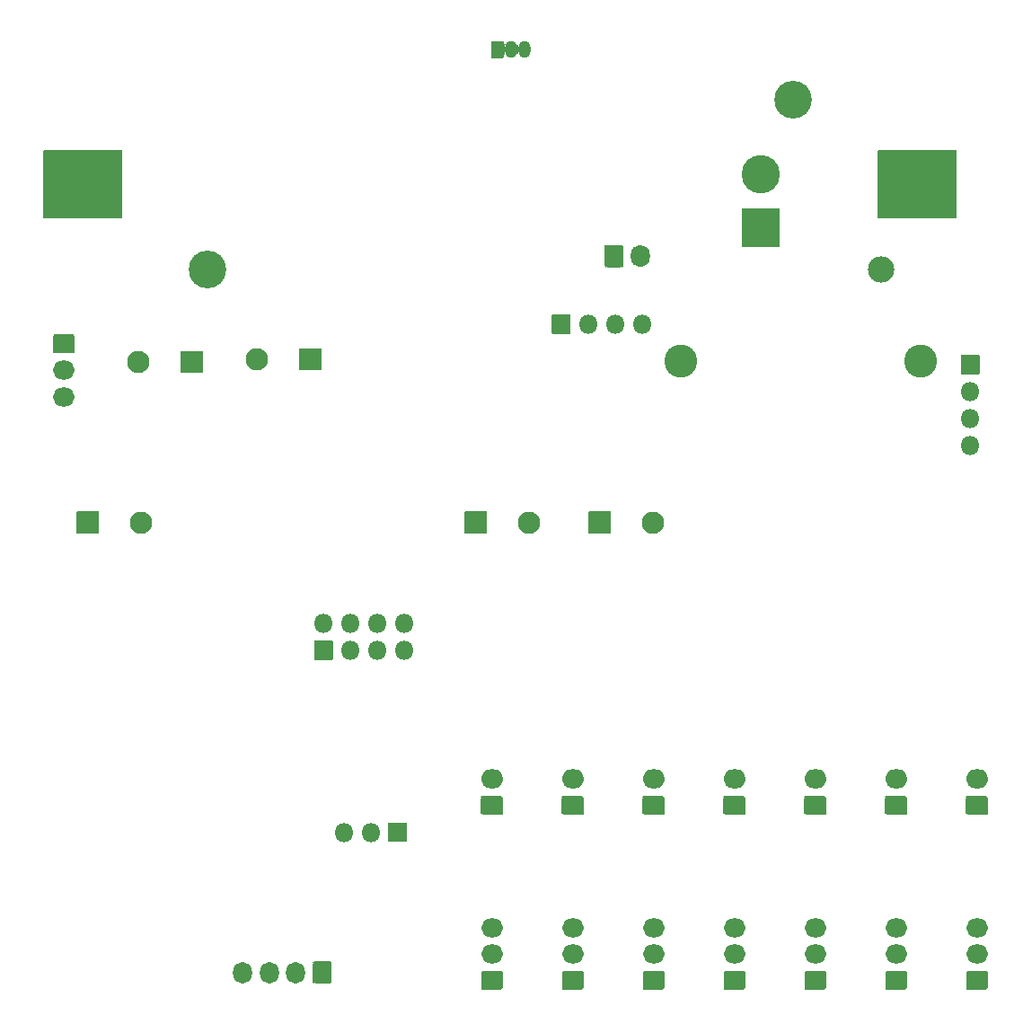
<source format=gbr>
G04 #@! TF.GenerationSoftware,KiCad,Pcbnew,5.1.10*
G04 #@! TF.CreationDate,2021-06-10T23:09:58+02:00*
G04 #@! TF.ProjectId,PlantCtrlESP32,506c616e-7443-4747-926c-45535033322e,rev?*
G04 #@! TF.SameCoordinates,Original*
G04 #@! TF.FileFunction,Soldermask,Bot*
G04 #@! TF.FilePolarity,Negative*
%FSLAX46Y46*%
G04 Gerber Fmt 4.6, Leading zero omitted, Abs format (unit mm)*
G04 Created by KiCad (PCBNEW 5.1.10) date 2021-06-10 23:09:58*
%MOMM*%
%LPD*%
G01*
G04 APERTURE LIST*
%ADD10O,1.802000X1.802000*%
%ADD11O,1.802000X2.052000*%
%ADD12O,2.052000X1.802000*%
%ADD13C,2.102000*%
%ADD14C,3.602120*%
%ADD15C,3.552000*%
%ADD16C,2.492000*%
%ADD17O,1.802000X2.102000*%
%ADD18C,3.102000*%
%ADD19O,1.152000X1.602000*%
%ADD20O,2.102000X1.802000*%
%ADD21C,0.100000*%
G04 APERTURE END LIST*
D10*
X206375000Y-95885000D03*
X206375000Y-98425000D03*
X203835000Y-95885000D03*
X203835000Y-98425000D03*
X201295000Y-95885000D03*
X201295000Y-98425000D03*
X198755000Y-95885000D03*
G36*
G01*
X199605000Y-99326000D02*
X197905000Y-99326000D01*
G75*
G02*
X197854000Y-99275000I0J51000D01*
G01*
X197854000Y-97575000D01*
G75*
G02*
X197905000Y-97524000I51000J0D01*
G01*
X199605000Y-97524000D01*
G75*
G02*
X199656000Y-97575000I0J-51000D01*
G01*
X199656000Y-99275000D01*
G75*
G02*
X199605000Y-99326000I-51000J0D01*
G01*
G37*
D11*
X191128000Y-128778000D03*
X193628000Y-128778000D03*
X196128000Y-128778000D03*
G36*
G01*
X199529000Y-128017000D02*
X199529000Y-129539000D01*
G75*
G02*
X199264000Y-129804000I-265000J0D01*
G01*
X197992000Y-129804000D01*
G75*
G02*
X197727000Y-129539000I0J265000D01*
G01*
X197727000Y-128017000D01*
G75*
G02*
X197992000Y-127752000I265000J0D01*
G01*
X199264000Y-127752000D01*
G75*
G02*
X199529000Y-128017000I0J-265000D01*
G01*
G37*
D12*
X222250000Y-124540000D03*
X222250000Y-127040000D03*
G36*
G01*
X223011000Y-130441000D02*
X221489000Y-130441000D01*
G75*
G02*
X221224000Y-130176000I0J265000D01*
G01*
X221224000Y-128904000D01*
G75*
G02*
X221489000Y-128639000I265000J0D01*
G01*
X223011000Y-128639000D01*
G75*
G02*
X223276000Y-128904000I0J-265000D01*
G01*
X223276000Y-130176000D01*
G75*
G02*
X223011000Y-130441000I-265000J0D01*
G01*
G37*
D10*
X200660000Y-115570000D03*
X203200000Y-115570000D03*
G36*
G01*
X204890000Y-114669000D02*
X206590000Y-114669000D01*
G75*
G02*
X206641000Y-114720000I0J-51000D01*
G01*
X206641000Y-116420000D01*
G75*
G02*
X206590000Y-116471000I-51000J0D01*
G01*
X204890000Y-116471000D01*
G75*
G02*
X204839000Y-116420000I0J51000D01*
G01*
X204839000Y-114720000D01*
G75*
G02*
X204890000Y-114669000I51000J0D01*
G01*
G37*
D13*
X218106000Y-86360000D03*
G36*
G01*
X212055000Y-87360000D02*
X212055000Y-85360000D01*
G75*
G02*
X212106000Y-85309000I51000J0D01*
G01*
X214106000Y-85309000D01*
G75*
G02*
X214157000Y-85360000I0J-51000D01*
G01*
X214157000Y-87360000D01*
G75*
G02*
X214106000Y-87411000I-51000J0D01*
G01*
X212106000Y-87411000D01*
G75*
G02*
X212055000Y-87360000I0J51000D01*
G01*
G37*
D10*
X259715000Y-79121000D03*
X259715000Y-76581000D03*
X259715000Y-74041000D03*
G36*
G01*
X258814000Y-72351000D02*
X258814000Y-70651000D01*
G75*
G02*
X258865000Y-70600000I51000J0D01*
G01*
X260565000Y-70600000D01*
G75*
G02*
X260616000Y-70651000I0J-51000D01*
G01*
X260616000Y-72351000D01*
G75*
G02*
X260565000Y-72402000I-51000J0D01*
G01*
X258865000Y-72402000D01*
G75*
G02*
X258814000Y-72351000I0J51000D01*
G01*
G37*
D13*
X181530000Y-86360000D03*
G36*
G01*
X175479000Y-87360000D02*
X175479000Y-85360000D01*
G75*
G02*
X175530000Y-85309000I51000J0D01*
G01*
X177530000Y-85309000D01*
G75*
G02*
X177581000Y-85360000I0J-51000D01*
G01*
X177581000Y-87360000D01*
G75*
G02*
X177530000Y-87411000I-51000J0D01*
G01*
X175530000Y-87411000D01*
G75*
G02*
X175479000Y-87360000I0J51000D01*
G01*
G37*
X181309000Y-71247000D03*
G36*
G01*
X187360000Y-70247000D02*
X187360000Y-72247000D01*
G75*
G02*
X187309000Y-72298000I-51000J0D01*
G01*
X185309000Y-72298000D01*
G75*
G02*
X185258000Y-72247000I0J51000D01*
G01*
X185258000Y-70247000D01*
G75*
G02*
X185309000Y-70196000I51000J0D01*
G01*
X187309000Y-70196000D01*
G75*
G02*
X187360000Y-70247000I0J-51000D01*
G01*
G37*
X229790000Y-86360000D03*
G36*
G01*
X223739000Y-87360000D02*
X223739000Y-85360000D01*
G75*
G02*
X223790000Y-85309000I51000J0D01*
G01*
X225790000Y-85309000D01*
G75*
G02*
X225841000Y-85360000I0J-51000D01*
G01*
X225841000Y-87360000D01*
G75*
G02*
X225790000Y-87411000I-51000J0D01*
G01*
X223790000Y-87411000D01*
G75*
G02*
X223739000Y-87360000I0J51000D01*
G01*
G37*
X192485000Y-70993000D03*
G36*
G01*
X198536000Y-69993000D02*
X198536000Y-71993000D01*
G75*
G02*
X198485000Y-72044000I-51000J0D01*
G01*
X196485000Y-72044000D01*
G75*
G02*
X196434000Y-71993000I0J51000D01*
G01*
X196434000Y-69993000D01*
G75*
G02*
X196485000Y-69942000I51000J0D01*
G01*
X198485000Y-69942000D01*
G75*
G02*
X198536000Y-69993000I0J-51000D01*
G01*
G37*
D14*
X239979200Y-53517800D03*
G36*
G01*
X241729260Y-60398860D02*
X238229140Y-60398860D01*
G75*
G02*
X238178140Y-60347860I0J51000D01*
G01*
X238178140Y-56847740D01*
G75*
G02*
X238229140Y-56796740I51000J0D01*
G01*
X241729260Y-56796740D01*
G75*
G02*
X241780260Y-56847740I0J-51000D01*
G01*
X241780260Y-60347860D01*
G75*
G02*
X241729260Y-60398860I-51000J0D01*
G01*
G37*
G36*
G01*
X258457600Y-51333400D02*
X258457600Y-57683400D01*
G75*
G02*
X258406600Y-57734400I-51000J0D01*
G01*
X251066600Y-57734400D01*
G75*
G02*
X251015600Y-57683400I0J51000D01*
G01*
X251015600Y-51333400D01*
G75*
G02*
X251066600Y-51282400I51000J0D01*
G01*
X258406600Y-51282400D01*
G75*
G02*
X258457600Y-51333400I0J-51000D01*
G01*
G37*
G36*
G01*
X179797600Y-51333400D02*
X179797600Y-57683400D01*
G75*
G02*
X179746600Y-57734400I-51000J0D01*
G01*
X172406600Y-57734400D01*
G75*
G02*
X172355600Y-57683400I0J51000D01*
G01*
X172355600Y-51333400D01*
G75*
G02*
X172406600Y-51282400I51000J0D01*
G01*
X179746600Y-51282400D01*
G75*
G02*
X179797600Y-51333400I0J-51000D01*
G01*
G37*
D15*
X187806600Y-62508400D03*
X243006600Y-46508400D03*
D16*
X251336600Y-62508400D03*
D17*
X228610800Y-61264800D03*
G36*
G01*
X225209800Y-62050800D02*
X225209800Y-60478800D01*
G75*
G02*
X225474800Y-60213800I265000J0D01*
G01*
X226746800Y-60213800D01*
G75*
G02*
X227011800Y-60478800I0J-265000D01*
G01*
X227011800Y-62050800D01*
G75*
G02*
X226746800Y-62315800I-265000J0D01*
G01*
X225474800Y-62315800D01*
G75*
G02*
X225209800Y-62050800I0J265000D01*
G01*
G37*
D10*
X228777800Y-67691000D03*
X226237800Y-67691000D03*
X223697800Y-67691000D03*
G36*
G01*
X222007800Y-68592000D02*
X220307800Y-68592000D01*
G75*
G02*
X220256800Y-68541000I0J51000D01*
G01*
X220256800Y-66841000D01*
G75*
G02*
X220307800Y-66790000I51000J0D01*
G01*
X222007800Y-66790000D01*
G75*
G02*
X222058800Y-66841000I0J-51000D01*
G01*
X222058800Y-68541000D01*
G75*
G02*
X222007800Y-68592000I-51000J0D01*
G01*
G37*
D12*
X174269400Y-74519800D03*
X174269400Y-72019800D03*
G36*
G01*
X173508400Y-68618800D02*
X175030400Y-68618800D01*
G75*
G02*
X175295400Y-68883800I0J-265000D01*
G01*
X175295400Y-70155800D01*
G75*
G02*
X175030400Y-70420800I-265000J0D01*
G01*
X173508400Y-70420800D01*
G75*
G02*
X173243400Y-70155800I0J265000D01*
G01*
X173243400Y-68883800D01*
G75*
G02*
X173508400Y-68618800I265000J0D01*
G01*
G37*
D18*
X232416000Y-71120000D03*
X255016000Y-71120000D03*
G36*
G01*
X214562000Y-42533000D02*
X214562000Y-41033000D01*
G75*
G02*
X214613000Y-40982000I51000J0D01*
G01*
X215663000Y-40982000D01*
G75*
G02*
X215714000Y-41033000I0J-51000D01*
G01*
X215714000Y-42533000D01*
G75*
G02*
X215663000Y-42584000I-51000J0D01*
G01*
X214613000Y-42584000D01*
G75*
G02*
X214562000Y-42533000I0J51000D01*
G01*
G37*
D19*
X217678000Y-41783000D03*
X216408000Y-41783000D03*
D12*
X260350000Y-124540000D03*
X260350000Y-127040000D03*
G36*
G01*
X261111000Y-130441000D02*
X259589000Y-130441000D01*
G75*
G02*
X259324000Y-130176000I0J265000D01*
G01*
X259324000Y-128904000D01*
G75*
G02*
X259589000Y-128639000I265000J0D01*
G01*
X261111000Y-128639000D01*
G75*
G02*
X261376000Y-128904000I0J-265000D01*
G01*
X261376000Y-130176000D01*
G75*
G02*
X261111000Y-130441000I-265000J0D01*
G01*
G37*
X252730000Y-124540000D03*
X252730000Y-127040000D03*
G36*
G01*
X253491000Y-130441000D02*
X251969000Y-130441000D01*
G75*
G02*
X251704000Y-130176000I0J265000D01*
G01*
X251704000Y-128904000D01*
G75*
G02*
X251969000Y-128639000I265000J0D01*
G01*
X253491000Y-128639000D01*
G75*
G02*
X253756000Y-128904000I0J-265000D01*
G01*
X253756000Y-130176000D01*
G75*
G02*
X253491000Y-130441000I-265000J0D01*
G01*
G37*
X245110000Y-124540000D03*
X245110000Y-127040000D03*
G36*
G01*
X245871000Y-130441000D02*
X244349000Y-130441000D01*
G75*
G02*
X244084000Y-130176000I0J265000D01*
G01*
X244084000Y-128904000D01*
G75*
G02*
X244349000Y-128639000I265000J0D01*
G01*
X245871000Y-128639000D01*
G75*
G02*
X246136000Y-128904000I0J-265000D01*
G01*
X246136000Y-130176000D01*
G75*
G02*
X245871000Y-130441000I-265000J0D01*
G01*
G37*
X237490000Y-124540000D03*
X237490000Y-127040000D03*
G36*
G01*
X238251000Y-130441000D02*
X236729000Y-130441000D01*
G75*
G02*
X236464000Y-130176000I0J265000D01*
G01*
X236464000Y-128904000D01*
G75*
G02*
X236729000Y-128639000I265000J0D01*
G01*
X238251000Y-128639000D01*
G75*
G02*
X238516000Y-128904000I0J-265000D01*
G01*
X238516000Y-130176000D01*
G75*
G02*
X238251000Y-130441000I-265000J0D01*
G01*
G37*
X229870000Y-124540000D03*
X229870000Y-127040000D03*
G36*
G01*
X230631000Y-130441000D02*
X229109000Y-130441000D01*
G75*
G02*
X228844000Y-130176000I0J265000D01*
G01*
X228844000Y-128904000D01*
G75*
G02*
X229109000Y-128639000I265000J0D01*
G01*
X230631000Y-128639000D01*
G75*
G02*
X230896000Y-128904000I0J-265000D01*
G01*
X230896000Y-130176000D01*
G75*
G02*
X230631000Y-130441000I-265000J0D01*
G01*
G37*
X214630000Y-124540000D03*
X214630000Y-127040000D03*
G36*
G01*
X215391000Y-130441000D02*
X213869000Y-130441000D01*
G75*
G02*
X213604000Y-130176000I0J265000D01*
G01*
X213604000Y-128904000D01*
G75*
G02*
X213869000Y-128639000I265000J0D01*
G01*
X215391000Y-128639000D01*
G75*
G02*
X215656000Y-128904000I0J-265000D01*
G01*
X215656000Y-130176000D01*
G75*
G02*
X215391000Y-130441000I-265000J0D01*
G01*
G37*
D20*
X260350000Y-110530000D03*
G36*
G01*
X261136000Y-113931000D02*
X259564000Y-113931000D01*
G75*
G02*
X259299000Y-113666000I0J265000D01*
G01*
X259299000Y-112394000D01*
G75*
G02*
X259564000Y-112129000I265000J0D01*
G01*
X261136000Y-112129000D01*
G75*
G02*
X261401000Y-112394000I0J-265000D01*
G01*
X261401000Y-113666000D01*
G75*
G02*
X261136000Y-113931000I-265000J0D01*
G01*
G37*
X252730000Y-110530000D03*
G36*
G01*
X253516000Y-113931000D02*
X251944000Y-113931000D01*
G75*
G02*
X251679000Y-113666000I0J265000D01*
G01*
X251679000Y-112394000D01*
G75*
G02*
X251944000Y-112129000I265000J0D01*
G01*
X253516000Y-112129000D01*
G75*
G02*
X253781000Y-112394000I0J-265000D01*
G01*
X253781000Y-113666000D01*
G75*
G02*
X253516000Y-113931000I-265000J0D01*
G01*
G37*
X245110000Y-110530000D03*
G36*
G01*
X245896000Y-113931000D02*
X244324000Y-113931000D01*
G75*
G02*
X244059000Y-113666000I0J265000D01*
G01*
X244059000Y-112394000D01*
G75*
G02*
X244324000Y-112129000I265000J0D01*
G01*
X245896000Y-112129000D01*
G75*
G02*
X246161000Y-112394000I0J-265000D01*
G01*
X246161000Y-113666000D01*
G75*
G02*
X245896000Y-113931000I-265000J0D01*
G01*
G37*
X237490000Y-110530000D03*
G36*
G01*
X238276000Y-113931000D02*
X236704000Y-113931000D01*
G75*
G02*
X236439000Y-113666000I0J265000D01*
G01*
X236439000Y-112394000D01*
G75*
G02*
X236704000Y-112129000I265000J0D01*
G01*
X238276000Y-112129000D01*
G75*
G02*
X238541000Y-112394000I0J-265000D01*
G01*
X238541000Y-113666000D01*
G75*
G02*
X238276000Y-113931000I-265000J0D01*
G01*
G37*
X229870000Y-110530000D03*
G36*
G01*
X230656000Y-113931000D02*
X229084000Y-113931000D01*
G75*
G02*
X228819000Y-113666000I0J265000D01*
G01*
X228819000Y-112394000D01*
G75*
G02*
X229084000Y-112129000I265000J0D01*
G01*
X230656000Y-112129000D01*
G75*
G02*
X230921000Y-112394000I0J-265000D01*
G01*
X230921000Y-113666000D01*
G75*
G02*
X230656000Y-113931000I-265000J0D01*
G01*
G37*
X222250000Y-110530000D03*
G36*
G01*
X223036000Y-113931000D02*
X221464000Y-113931000D01*
G75*
G02*
X221199000Y-113666000I0J265000D01*
G01*
X221199000Y-112394000D01*
G75*
G02*
X221464000Y-112129000I265000J0D01*
G01*
X223036000Y-112129000D01*
G75*
G02*
X223301000Y-112394000I0J-265000D01*
G01*
X223301000Y-113666000D01*
G75*
G02*
X223036000Y-113931000I-265000J0D01*
G01*
G37*
X214630000Y-110530000D03*
G36*
G01*
X215416000Y-113931000D02*
X213844000Y-113931000D01*
G75*
G02*
X213579000Y-113666000I0J265000D01*
G01*
X213579000Y-112394000D01*
G75*
G02*
X213844000Y-112129000I265000J0D01*
G01*
X215416000Y-112129000D01*
G75*
G02*
X215681000Y-112394000I0J-265000D01*
G01*
X215681000Y-113666000D01*
G75*
G02*
X215416000Y-113931000I-265000J0D01*
G01*
G37*
D21*
G36*
X221225990Y-130175804D02*
G01*
X221231062Y-130227304D01*
X221246029Y-130276642D01*
X221270332Y-130322110D01*
X221303038Y-130361962D01*
X221342890Y-130394668D01*
X221388358Y-130418971D01*
X221437696Y-130433938D01*
X221489196Y-130439010D01*
X221490822Y-130440175D01*
X221490626Y-130442165D01*
X221489000Y-130443000D01*
X221406903Y-130443000D01*
X221406707Y-130442990D01*
X221366204Y-130439001D01*
X221365819Y-130438925D01*
X221332767Y-130428899D01*
X221332405Y-130428749D01*
X221301954Y-130412472D01*
X221301628Y-130412254D01*
X221274932Y-130390345D01*
X221274655Y-130390068D01*
X221252746Y-130363372D01*
X221252528Y-130363046D01*
X221236251Y-130332595D01*
X221236101Y-130332233D01*
X221226075Y-130299181D01*
X221225999Y-130298796D01*
X221222010Y-130258293D01*
X221222000Y-130258097D01*
X221222000Y-130176000D01*
X221223000Y-130174268D01*
X221225000Y-130174268D01*
X221225990Y-130175804D01*
G37*
G36*
X261377165Y-130174374D02*
G01*
X261378000Y-130176000D01*
X261378000Y-130258097D01*
X261377990Y-130258293D01*
X261374001Y-130298796D01*
X261373925Y-130299181D01*
X261363899Y-130332233D01*
X261363749Y-130332595D01*
X261347472Y-130363046D01*
X261347254Y-130363372D01*
X261325345Y-130390068D01*
X261325068Y-130390345D01*
X261298372Y-130412254D01*
X261298046Y-130412472D01*
X261267595Y-130428749D01*
X261267233Y-130428899D01*
X261234181Y-130438925D01*
X261233796Y-130439001D01*
X261193293Y-130442990D01*
X261193097Y-130443000D01*
X261111000Y-130443000D01*
X261109268Y-130442000D01*
X261109268Y-130440000D01*
X261110804Y-130439010D01*
X261162304Y-130433938D01*
X261211642Y-130418971D01*
X261257110Y-130394668D01*
X261296962Y-130361962D01*
X261329668Y-130322110D01*
X261353971Y-130276642D01*
X261368938Y-130227304D01*
X261374010Y-130175804D01*
X261375175Y-130174178D01*
X261377165Y-130174374D01*
G37*
G36*
X230897165Y-130174374D02*
G01*
X230898000Y-130176000D01*
X230898000Y-130258097D01*
X230897990Y-130258293D01*
X230894001Y-130298796D01*
X230893925Y-130299181D01*
X230883899Y-130332233D01*
X230883749Y-130332595D01*
X230867472Y-130363046D01*
X230867254Y-130363372D01*
X230845345Y-130390068D01*
X230845068Y-130390345D01*
X230818372Y-130412254D01*
X230818046Y-130412472D01*
X230787595Y-130428749D01*
X230787233Y-130428899D01*
X230754181Y-130438925D01*
X230753796Y-130439001D01*
X230713293Y-130442990D01*
X230713097Y-130443000D01*
X230631000Y-130443000D01*
X230629268Y-130442000D01*
X230629268Y-130440000D01*
X230630804Y-130439010D01*
X230682304Y-130433938D01*
X230731642Y-130418971D01*
X230777110Y-130394668D01*
X230816962Y-130361962D01*
X230849668Y-130322110D01*
X230873971Y-130276642D01*
X230888938Y-130227304D01*
X230894010Y-130175804D01*
X230895175Y-130174178D01*
X230897165Y-130174374D01*
G37*
G36*
X244085990Y-130175804D02*
G01*
X244091062Y-130227304D01*
X244106029Y-130276642D01*
X244130332Y-130322110D01*
X244163038Y-130361962D01*
X244202890Y-130394668D01*
X244248358Y-130418971D01*
X244297696Y-130433938D01*
X244349196Y-130439010D01*
X244350822Y-130440175D01*
X244350626Y-130442165D01*
X244349000Y-130443000D01*
X244266903Y-130443000D01*
X244266707Y-130442990D01*
X244226204Y-130439001D01*
X244225819Y-130438925D01*
X244192767Y-130428899D01*
X244192405Y-130428749D01*
X244161954Y-130412472D01*
X244161628Y-130412254D01*
X244134932Y-130390345D01*
X244134655Y-130390068D01*
X244112746Y-130363372D01*
X244112528Y-130363046D01*
X244096251Y-130332595D01*
X244096101Y-130332233D01*
X244086075Y-130299181D01*
X244085999Y-130298796D01*
X244082010Y-130258293D01*
X244082000Y-130258097D01*
X244082000Y-130176000D01*
X244083000Y-130174268D01*
X244085000Y-130174268D01*
X244085990Y-130175804D01*
G37*
G36*
X251705990Y-130175804D02*
G01*
X251711062Y-130227304D01*
X251726029Y-130276642D01*
X251750332Y-130322110D01*
X251783038Y-130361962D01*
X251822890Y-130394668D01*
X251868358Y-130418971D01*
X251917696Y-130433938D01*
X251969196Y-130439010D01*
X251970822Y-130440175D01*
X251970626Y-130442165D01*
X251969000Y-130443000D01*
X251886903Y-130443000D01*
X251886707Y-130442990D01*
X251846204Y-130439001D01*
X251845819Y-130438925D01*
X251812767Y-130428899D01*
X251812405Y-130428749D01*
X251781954Y-130412472D01*
X251781628Y-130412254D01*
X251754932Y-130390345D01*
X251754655Y-130390068D01*
X251732746Y-130363372D01*
X251732528Y-130363046D01*
X251716251Y-130332595D01*
X251716101Y-130332233D01*
X251706075Y-130299181D01*
X251705999Y-130298796D01*
X251702010Y-130258293D01*
X251702000Y-130258097D01*
X251702000Y-130176000D01*
X251703000Y-130174268D01*
X251705000Y-130174268D01*
X251705990Y-130175804D01*
G37*
G36*
X259325990Y-130175804D02*
G01*
X259331062Y-130227304D01*
X259346029Y-130276642D01*
X259370332Y-130322110D01*
X259403038Y-130361962D01*
X259442890Y-130394668D01*
X259488358Y-130418971D01*
X259537696Y-130433938D01*
X259589196Y-130439010D01*
X259590822Y-130440175D01*
X259590626Y-130442165D01*
X259589000Y-130443000D01*
X259506903Y-130443000D01*
X259506707Y-130442990D01*
X259466204Y-130439001D01*
X259465819Y-130438925D01*
X259432767Y-130428899D01*
X259432405Y-130428749D01*
X259401954Y-130412472D01*
X259401628Y-130412254D01*
X259374932Y-130390345D01*
X259374655Y-130390068D01*
X259352746Y-130363372D01*
X259352528Y-130363046D01*
X259336251Y-130332595D01*
X259336101Y-130332233D01*
X259326075Y-130299181D01*
X259325999Y-130298796D01*
X259322010Y-130258293D01*
X259322000Y-130258097D01*
X259322000Y-130176000D01*
X259323000Y-130174268D01*
X259325000Y-130174268D01*
X259325990Y-130175804D01*
G37*
G36*
X236465990Y-130175804D02*
G01*
X236471062Y-130227304D01*
X236486029Y-130276642D01*
X236510332Y-130322110D01*
X236543038Y-130361962D01*
X236582890Y-130394668D01*
X236628358Y-130418971D01*
X236677696Y-130433938D01*
X236729196Y-130439010D01*
X236730822Y-130440175D01*
X236730626Y-130442165D01*
X236729000Y-130443000D01*
X236646903Y-130443000D01*
X236646707Y-130442990D01*
X236606204Y-130439001D01*
X236605819Y-130438925D01*
X236572767Y-130428899D01*
X236572405Y-130428749D01*
X236541954Y-130412472D01*
X236541628Y-130412254D01*
X236514932Y-130390345D01*
X236514655Y-130390068D01*
X236492746Y-130363372D01*
X236492528Y-130363046D01*
X236476251Y-130332595D01*
X236476101Y-130332233D01*
X236466075Y-130299181D01*
X236465999Y-130298796D01*
X236462010Y-130258293D01*
X236462000Y-130258097D01*
X236462000Y-130176000D01*
X236463000Y-130174268D01*
X236465000Y-130174268D01*
X236465990Y-130175804D01*
G37*
G36*
X238517165Y-130174374D02*
G01*
X238518000Y-130176000D01*
X238518000Y-130258097D01*
X238517990Y-130258293D01*
X238514001Y-130298796D01*
X238513925Y-130299181D01*
X238503899Y-130332233D01*
X238503749Y-130332595D01*
X238487472Y-130363046D01*
X238487254Y-130363372D01*
X238465345Y-130390068D01*
X238465068Y-130390345D01*
X238438372Y-130412254D01*
X238438046Y-130412472D01*
X238407595Y-130428749D01*
X238407233Y-130428899D01*
X238374181Y-130438925D01*
X238373796Y-130439001D01*
X238333293Y-130442990D01*
X238333097Y-130443000D01*
X238251000Y-130443000D01*
X238249268Y-130442000D01*
X238249268Y-130440000D01*
X238250804Y-130439010D01*
X238302304Y-130433938D01*
X238351642Y-130418971D01*
X238397110Y-130394668D01*
X238436962Y-130361962D01*
X238469668Y-130322110D01*
X238493971Y-130276642D01*
X238508938Y-130227304D01*
X238514010Y-130175804D01*
X238515175Y-130174178D01*
X238517165Y-130174374D01*
G37*
G36*
X223277165Y-130174374D02*
G01*
X223278000Y-130176000D01*
X223278000Y-130258097D01*
X223277990Y-130258293D01*
X223274001Y-130298796D01*
X223273925Y-130299181D01*
X223263899Y-130332233D01*
X223263749Y-130332595D01*
X223247472Y-130363046D01*
X223247254Y-130363372D01*
X223225345Y-130390068D01*
X223225068Y-130390345D01*
X223198372Y-130412254D01*
X223198046Y-130412472D01*
X223167595Y-130428749D01*
X223167233Y-130428899D01*
X223134181Y-130438925D01*
X223133796Y-130439001D01*
X223093293Y-130442990D01*
X223093097Y-130443000D01*
X223011000Y-130443000D01*
X223009268Y-130442000D01*
X223009268Y-130440000D01*
X223010804Y-130439010D01*
X223062304Y-130433938D01*
X223111642Y-130418971D01*
X223157110Y-130394668D01*
X223196962Y-130361962D01*
X223229668Y-130322110D01*
X223253971Y-130276642D01*
X223268938Y-130227304D01*
X223274010Y-130175804D01*
X223275175Y-130174178D01*
X223277165Y-130174374D01*
G37*
G36*
X228845990Y-130175804D02*
G01*
X228851062Y-130227304D01*
X228866029Y-130276642D01*
X228890332Y-130322110D01*
X228923038Y-130361962D01*
X228962890Y-130394668D01*
X229008358Y-130418971D01*
X229057696Y-130433938D01*
X229109196Y-130439010D01*
X229110822Y-130440175D01*
X229110626Y-130442165D01*
X229109000Y-130443000D01*
X229026903Y-130443000D01*
X229026707Y-130442990D01*
X228986204Y-130439001D01*
X228985819Y-130438925D01*
X228952767Y-130428899D01*
X228952405Y-130428749D01*
X228921954Y-130412472D01*
X228921628Y-130412254D01*
X228894932Y-130390345D01*
X228894655Y-130390068D01*
X228872746Y-130363372D01*
X228872528Y-130363046D01*
X228856251Y-130332595D01*
X228856101Y-130332233D01*
X228846075Y-130299181D01*
X228845999Y-130298796D01*
X228842010Y-130258293D01*
X228842000Y-130258097D01*
X228842000Y-130176000D01*
X228843000Y-130174268D01*
X228845000Y-130174268D01*
X228845990Y-130175804D01*
G37*
G36*
X213605990Y-130175804D02*
G01*
X213611062Y-130227304D01*
X213626029Y-130276642D01*
X213650332Y-130322110D01*
X213683038Y-130361962D01*
X213722890Y-130394668D01*
X213768358Y-130418971D01*
X213817696Y-130433938D01*
X213869196Y-130439010D01*
X213870822Y-130440175D01*
X213870626Y-130442165D01*
X213869000Y-130443000D01*
X213786903Y-130443000D01*
X213786707Y-130442990D01*
X213746204Y-130439001D01*
X213745819Y-130438925D01*
X213712767Y-130428899D01*
X213712405Y-130428749D01*
X213681954Y-130412472D01*
X213681628Y-130412254D01*
X213654932Y-130390345D01*
X213654655Y-130390068D01*
X213632746Y-130363372D01*
X213632528Y-130363046D01*
X213616251Y-130332595D01*
X213616101Y-130332233D01*
X213606075Y-130299181D01*
X213605999Y-130298796D01*
X213602010Y-130258293D01*
X213602000Y-130258097D01*
X213602000Y-130176000D01*
X213603000Y-130174268D01*
X213605000Y-130174268D01*
X213605990Y-130175804D01*
G37*
G36*
X253757165Y-130174374D02*
G01*
X253758000Y-130176000D01*
X253758000Y-130258097D01*
X253757990Y-130258293D01*
X253754001Y-130298796D01*
X253753925Y-130299181D01*
X253743899Y-130332233D01*
X253743749Y-130332595D01*
X253727472Y-130363046D01*
X253727254Y-130363372D01*
X253705345Y-130390068D01*
X253705068Y-130390345D01*
X253678372Y-130412254D01*
X253678046Y-130412472D01*
X253647595Y-130428749D01*
X253647233Y-130428899D01*
X253614181Y-130438925D01*
X253613796Y-130439001D01*
X253573293Y-130442990D01*
X253573097Y-130443000D01*
X253491000Y-130443000D01*
X253489268Y-130442000D01*
X253489268Y-130440000D01*
X253490804Y-130439010D01*
X253542304Y-130433938D01*
X253591642Y-130418971D01*
X253637110Y-130394668D01*
X253676962Y-130361962D01*
X253709668Y-130322110D01*
X253733971Y-130276642D01*
X253748938Y-130227304D01*
X253754010Y-130175804D01*
X253755175Y-130174178D01*
X253757165Y-130174374D01*
G37*
G36*
X246137165Y-130174374D02*
G01*
X246138000Y-130176000D01*
X246138000Y-130258097D01*
X246137990Y-130258293D01*
X246134001Y-130298796D01*
X246133925Y-130299181D01*
X246123899Y-130332233D01*
X246123749Y-130332595D01*
X246107472Y-130363046D01*
X246107254Y-130363372D01*
X246085345Y-130390068D01*
X246085068Y-130390345D01*
X246058372Y-130412254D01*
X246058046Y-130412472D01*
X246027595Y-130428749D01*
X246027233Y-130428899D01*
X245994181Y-130438925D01*
X245993796Y-130439001D01*
X245953293Y-130442990D01*
X245953097Y-130443000D01*
X245871000Y-130443000D01*
X245869268Y-130442000D01*
X245869268Y-130440000D01*
X245870804Y-130439010D01*
X245922304Y-130433938D01*
X245971642Y-130418971D01*
X246017110Y-130394668D01*
X246056962Y-130361962D01*
X246089668Y-130322110D01*
X246113971Y-130276642D01*
X246128938Y-130227304D01*
X246134010Y-130175804D01*
X246135175Y-130174178D01*
X246137165Y-130174374D01*
G37*
G36*
X215657165Y-130174374D02*
G01*
X215658000Y-130176000D01*
X215658000Y-130258097D01*
X215657990Y-130258293D01*
X215654001Y-130298796D01*
X215653925Y-130299181D01*
X215643899Y-130332233D01*
X215643749Y-130332595D01*
X215627472Y-130363046D01*
X215627254Y-130363372D01*
X215605345Y-130390068D01*
X215605068Y-130390345D01*
X215578372Y-130412254D01*
X215578046Y-130412472D01*
X215547595Y-130428749D01*
X215547233Y-130428899D01*
X215514181Y-130438925D01*
X215513796Y-130439001D01*
X215473293Y-130442990D01*
X215473097Y-130443000D01*
X215391000Y-130443000D01*
X215389268Y-130442000D01*
X215389268Y-130440000D01*
X215390804Y-130439010D01*
X215442304Y-130433938D01*
X215491642Y-130418971D01*
X215537110Y-130394668D01*
X215576962Y-130361962D01*
X215609668Y-130322110D01*
X215633971Y-130276642D01*
X215648938Y-130227304D01*
X215654010Y-130175804D01*
X215655175Y-130174178D01*
X215657165Y-130174374D01*
G37*
G36*
X199530165Y-129537374D02*
G01*
X199531000Y-129539000D01*
X199531000Y-129621097D01*
X199530990Y-129621293D01*
X199527001Y-129661796D01*
X199526925Y-129662181D01*
X199516899Y-129695233D01*
X199516749Y-129695595D01*
X199500472Y-129726046D01*
X199500254Y-129726372D01*
X199478345Y-129753068D01*
X199478068Y-129753345D01*
X199451372Y-129775254D01*
X199451046Y-129775472D01*
X199420595Y-129791749D01*
X199420233Y-129791899D01*
X199387181Y-129801925D01*
X199386796Y-129802001D01*
X199346293Y-129805990D01*
X199346097Y-129806000D01*
X199264000Y-129806000D01*
X199262268Y-129805000D01*
X199262268Y-129803000D01*
X199263804Y-129802010D01*
X199315304Y-129796938D01*
X199364642Y-129781971D01*
X199410110Y-129757668D01*
X199449962Y-129724962D01*
X199482668Y-129685110D01*
X199506971Y-129639642D01*
X199521938Y-129590304D01*
X199527010Y-129538804D01*
X199528175Y-129537178D01*
X199530165Y-129537374D01*
G37*
G36*
X197728990Y-129538804D02*
G01*
X197734062Y-129590304D01*
X197749029Y-129639642D01*
X197773332Y-129685110D01*
X197806038Y-129724962D01*
X197845890Y-129757668D01*
X197891358Y-129781971D01*
X197940696Y-129796938D01*
X197992196Y-129802010D01*
X197993822Y-129803175D01*
X197993626Y-129805165D01*
X197992000Y-129806000D01*
X197909903Y-129806000D01*
X197909707Y-129805990D01*
X197869204Y-129802001D01*
X197868819Y-129801925D01*
X197835767Y-129791899D01*
X197835405Y-129791749D01*
X197804954Y-129775472D01*
X197804628Y-129775254D01*
X197777932Y-129753345D01*
X197777655Y-129753068D01*
X197755746Y-129726372D01*
X197755528Y-129726046D01*
X197739251Y-129695595D01*
X197739101Y-129695233D01*
X197729075Y-129662181D01*
X197728999Y-129661796D01*
X197725010Y-129621293D01*
X197725000Y-129621097D01*
X197725000Y-129539000D01*
X197726000Y-129537268D01*
X197728000Y-129537268D01*
X197728990Y-129538804D01*
G37*
G36*
X236730732Y-128638000D02*
G01*
X236730732Y-128640000D01*
X236729196Y-128640990D01*
X236677696Y-128646062D01*
X236628358Y-128661029D01*
X236582890Y-128685332D01*
X236543038Y-128718038D01*
X236510332Y-128757890D01*
X236486029Y-128803358D01*
X236471062Y-128852696D01*
X236465990Y-128904196D01*
X236464825Y-128905822D01*
X236462835Y-128905626D01*
X236462000Y-128904000D01*
X236462000Y-128821903D01*
X236462010Y-128821707D01*
X236465999Y-128781204D01*
X236466075Y-128780819D01*
X236476101Y-128747767D01*
X236476251Y-128747405D01*
X236492528Y-128716954D01*
X236492746Y-128716628D01*
X236514655Y-128689932D01*
X236514932Y-128689655D01*
X236541628Y-128667746D01*
X236541954Y-128667528D01*
X236572405Y-128651251D01*
X236572767Y-128651101D01*
X236605819Y-128641075D01*
X236606204Y-128640999D01*
X236646707Y-128637010D01*
X236646903Y-128637000D01*
X236729000Y-128637000D01*
X236730732Y-128638000D01*
G37*
G36*
X244350732Y-128638000D02*
G01*
X244350732Y-128640000D01*
X244349196Y-128640990D01*
X244297696Y-128646062D01*
X244248358Y-128661029D01*
X244202890Y-128685332D01*
X244163038Y-128718038D01*
X244130332Y-128757890D01*
X244106029Y-128803358D01*
X244091062Y-128852696D01*
X244085990Y-128904196D01*
X244084825Y-128905822D01*
X244082835Y-128905626D01*
X244082000Y-128904000D01*
X244082000Y-128821903D01*
X244082010Y-128821707D01*
X244085999Y-128781204D01*
X244086075Y-128780819D01*
X244096101Y-128747767D01*
X244096251Y-128747405D01*
X244112528Y-128716954D01*
X244112746Y-128716628D01*
X244134655Y-128689932D01*
X244134932Y-128689655D01*
X244161628Y-128667746D01*
X244161954Y-128667528D01*
X244192405Y-128651251D01*
X244192767Y-128651101D01*
X244225819Y-128641075D01*
X244226204Y-128640999D01*
X244266707Y-128637010D01*
X244266903Y-128637000D01*
X244349000Y-128637000D01*
X244350732Y-128638000D01*
G37*
G36*
X259590732Y-128638000D02*
G01*
X259590732Y-128640000D01*
X259589196Y-128640990D01*
X259537696Y-128646062D01*
X259488358Y-128661029D01*
X259442890Y-128685332D01*
X259403038Y-128718038D01*
X259370332Y-128757890D01*
X259346029Y-128803358D01*
X259331062Y-128852696D01*
X259325990Y-128904196D01*
X259324825Y-128905822D01*
X259322835Y-128905626D01*
X259322000Y-128904000D01*
X259322000Y-128821903D01*
X259322010Y-128821707D01*
X259325999Y-128781204D01*
X259326075Y-128780819D01*
X259336101Y-128747767D01*
X259336251Y-128747405D01*
X259352528Y-128716954D01*
X259352746Y-128716628D01*
X259374655Y-128689932D01*
X259374932Y-128689655D01*
X259401628Y-128667746D01*
X259401954Y-128667528D01*
X259432405Y-128651251D01*
X259432767Y-128651101D01*
X259465819Y-128641075D01*
X259466204Y-128640999D01*
X259506707Y-128637010D01*
X259506903Y-128637000D01*
X259589000Y-128637000D01*
X259590732Y-128638000D01*
G37*
G36*
X221490732Y-128638000D02*
G01*
X221490732Y-128640000D01*
X221489196Y-128640990D01*
X221437696Y-128646062D01*
X221388358Y-128661029D01*
X221342890Y-128685332D01*
X221303038Y-128718038D01*
X221270332Y-128757890D01*
X221246029Y-128803358D01*
X221231062Y-128852696D01*
X221225990Y-128904196D01*
X221224825Y-128905822D01*
X221222835Y-128905626D01*
X221222000Y-128904000D01*
X221222000Y-128821903D01*
X221222010Y-128821707D01*
X221225999Y-128781204D01*
X221226075Y-128780819D01*
X221236101Y-128747767D01*
X221236251Y-128747405D01*
X221252528Y-128716954D01*
X221252746Y-128716628D01*
X221274655Y-128689932D01*
X221274932Y-128689655D01*
X221301628Y-128667746D01*
X221301954Y-128667528D01*
X221332405Y-128651251D01*
X221332767Y-128651101D01*
X221365819Y-128641075D01*
X221366204Y-128640999D01*
X221406707Y-128637010D01*
X221406903Y-128637000D01*
X221489000Y-128637000D01*
X221490732Y-128638000D01*
G37*
G36*
X213870732Y-128638000D02*
G01*
X213870732Y-128640000D01*
X213869196Y-128640990D01*
X213817696Y-128646062D01*
X213768358Y-128661029D01*
X213722890Y-128685332D01*
X213683038Y-128718038D01*
X213650332Y-128757890D01*
X213626029Y-128803358D01*
X213611062Y-128852696D01*
X213605990Y-128904196D01*
X213604825Y-128905822D01*
X213602835Y-128905626D01*
X213602000Y-128904000D01*
X213602000Y-128821903D01*
X213602010Y-128821707D01*
X213605999Y-128781204D01*
X213606075Y-128780819D01*
X213616101Y-128747767D01*
X213616251Y-128747405D01*
X213632528Y-128716954D01*
X213632746Y-128716628D01*
X213654655Y-128689932D01*
X213654932Y-128689655D01*
X213681628Y-128667746D01*
X213681954Y-128667528D01*
X213712405Y-128651251D01*
X213712767Y-128651101D01*
X213745819Y-128641075D01*
X213746204Y-128640999D01*
X213786707Y-128637010D01*
X213786903Y-128637000D01*
X213869000Y-128637000D01*
X213870732Y-128638000D01*
G37*
G36*
X251970732Y-128638000D02*
G01*
X251970732Y-128640000D01*
X251969196Y-128640990D01*
X251917696Y-128646062D01*
X251868358Y-128661029D01*
X251822890Y-128685332D01*
X251783038Y-128718038D01*
X251750332Y-128757890D01*
X251726029Y-128803358D01*
X251711062Y-128852696D01*
X251705990Y-128904196D01*
X251704825Y-128905822D01*
X251702835Y-128905626D01*
X251702000Y-128904000D01*
X251702000Y-128821903D01*
X251702010Y-128821707D01*
X251705999Y-128781204D01*
X251706075Y-128780819D01*
X251716101Y-128747767D01*
X251716251Y-128747405D01*
X251732528Y-128716954D01*
X251732746Y-128716628D01*
X251754655Y-128689932D01*
X251754932Y-128689655D01*
X251781628Y-128667746D01*
X251781954Y-128667528D01*
X251812405Y-128651251D01*
X251812767Y-128651101D01*
X251845819Y-128641075D01*
X251846204Y-128640999D01*
X251886707Y-128637010D01*
X251886903Y-128637000D01*
X251969000Y-128637000D01*
X251970732Y-128638000D01*
G37*
G36*
X229110732Y-128638000D02*
G01*
X229110732Y-128640000D01*
X229109196Y-128640990D01*
X229057696Y-128646062D01*
X229008358Y-128661029D01*
X228962890Y-128685332D01*
X228923038Y-128718038D01*
X228890332Y-128757890D01*
X228866029Y-128803358D01*
X228851062Y-128852696D01*
X228845990Y-128904196D01*
X228844825Y-128905822D01*
X228842835Y-128905626D01*
X228842000Y-128904000D01*
X228842000Y-128821903D01*
X228842010Y-128821707D01*
X228845999Y-128781204D01*
X228846075Y-128780819D01*
X228856101Y-128747767D01*
X228856251Y-128747405D01*
X228872528Y-128716954D01*
X228872746Y-128716628D01*
X228894655Y-128689932D01*
X228894932Y-128689655D01*
X228921628Y-128667746D01*
X228921954Y-128667528D01*
X228952405Y-128651251D01*
X228952767Y-128651101D01*
X228985819Y-128641075D01*
X228986204Y-128640999D01*
X229026707Y-128637010D01*
X229026903Y-128637000D01*
X229109000Y-128637000D01*
X229110732Y-128638000D01*
G37*
G36*
X223093293Y-128637010D02*
G01*
X223133796Y-128640999D01*
X223134181Y-128641075D01*
X223167233Y-128651101D01*
X223167595Y-128651251D01*
X223198046Y-128667528D01*
X223198372Y-128667746D01*
X223225068Y-128689655D01*
X223225345Y-128689932D01*
X223247254Y-128716628D01*
X223247472Y-128716954D01*
X223263749Y-128747405D01*
X223263899Y-128747767D01*
X223273925Y-128780819D01*
X223274001Y-128781204D01*
X223277990Y-128821707D01*
X223278000Y-128821903D01*
X223278000Y-128904000D01*
X223277000Y-128905732D01*
X223275000Y-128905732D01*
X223274010Y-128904196D01*
X223268938Y-128852696D01*
X223253971Y-128803358D01*
X223229668Y-128757890D01*
X223196962Y-128718038D01*
X223157110Y-128685332D01*
X223111642Y-128661029D01*
X223062304Y-128646062D01*
X223010804Y-128640990D01*
X223009178Y-128639825D01*
X223009374Y-128637835D01*
X223011000Y-128637000D01*
X223093097Y-128637000D01*
X223093293Y-128637010D01*
G37*
G36*
X245953293Y-128637010D02*
G01*
X245993796Y-128640999D01*
X245994181Y-128641075D01*
X246027233Y-128651101D01*
X246027595Y-128651251D01*
X246058046Y-128667528D01*
X246058372Y-128667746D01*
X246085068Y-128689655D01*
X246085345Y-128689932D01*
X246107254Y-128716628D01*
X246107472Y-128716954D01*
X246123749Y-128747405D01*
X246123899Y-128747767D01*
X246133925Y-128780819D01*
X246134001Y-128781204D01*
X246137990Y-128821707D01*
X246138000Y-128821903D01*
X246138000Y-128904000D01*
X246137000Y-128905732D01*
X246135000Y-128905732D01*
X246134010Y-128904196D01*
X246128938Y-128852696D01*
X246113971Y-128803358D01*
X246089668Y-128757890D01*
X246056962Y-128718038D01*
X246017110Y-128685332D01*
X245971642Y-128661029D01*
X245922304Y-128646062D01*
X245870804Y-128640990D01*
X245869178Y-128639825D01*
X245869374Y-128637835D01*
X245871000Y-128637000D01*
X245953097Y-128637000D01*
X245953293Y-128637010D01*
G37*
G36*
X261193293Y-128637010D02*
G01*
X261233796Y-128640999D01*
X261234181Y-128641075D01*
X261267233Y-128651101D01*
X261267595Y-128651251D01*
X261298046Y-128667528D01*
X261298372Y-128667746D01*
X261325068Y-128689655D01*
X261325345Y-128689932D01*
X261347254Y-128716628D01*
X261347472Y-128716954D01*
X261363749Y-128747405D01*
X261363899Y-128747767D01*
X261373925Y-128780819D01*
X261374001Y-128781204D01*
X261377990Y-128821707D01*
X261378000Y-128821903D01*
X261378000Y-128904000D01*
X261377000Y-128905732D01*
X261375000Y-128905732D01*
X261374010Y-128904196D01*
X261368938Y-128852696D01*
X261353971Y-128803358D01*
X261329668Y-128757890D01*
X261296962Y-128718038D01*
X261257110Y-128685332D01*
X261211642Y-128661029D01*
X261162304Y-128646062D01*
X261110804Y-128640990D01*
X261109178Y-128639825D01*
X261109374Y-128637835D01*
X261111000Y-128637000D01*
X261193097Y-128637000D01*
X261193293Y-128637010D01*
G37*
G36*
X230713293Y-128637010D02*
G01*
X230753796Y-128640999D01*
X230754181Y-128641075D01*
X230787233Y-128651101D01*
X230787595Y-128651251D01*
X230818046Y-128667528D01*
X230818372Y-128667746D01*
X230845068Y-128689655D01*
X230845345Y-128689932D01*
X230867254Y-128716628D01*
X230867472Y-128716954D01*
X230883749Y-128747405D01*
X230883899Y-128747767D01*
X230893925Y-128780819D01*
X230894001Y-128781204D01*
X230897990Y-128821707D01*
X230898000Y-128821903D01*
X230898000Y-128904000D01*
X230897000Y-128905732D01*
X230895000Y-128905732D01*
X230894010Y-128904196D01*
X230888938Y-128852696D01*
X230873971Y-128803358D01*
X230849668Y-128757890D01*
X230816962Y-128718038D01*
X230777110Y-128685332D01*
X230731642Y-128661029D01*
X230682304Y-128646062D01*
X230630804Y-128640990D01*
X230629178Y-128639825D01*
X230629374Y-128637835D01*
X230631000Y-128637000D01*
X230713097Y-128637000D01*
X230713293Y-128637010D01*
G37*
G36*
X238333293Y-128637010D02*
G01*
X238373796Y-128640999D01*
X238374181Y-128641075D01*
X238407233Y-128651101D01*
X238407595Y-128651251D01*
X238438046Y-128667528D01*
X238438372Y-128667746D01*
X238465068Y-128689655D01*
X238465345Y-128689932D01*
X238487254Y-128716628D01*
X238487472Y-128716954D01*
X238503749Y-128747405D01*
X238503899Y-128747767D01*
X238513925Y-128780819D01*
X238514001Y-128781204D01*
X238517990Y-128821707D01*
X238518000Y-128821903D01*
X238518000Y-128904000D01*
X238517000Y-128905732D01*
X238515000Y-128905732D01*
X238514010Y-128904196D01*
X238508938Y-128852696D01*
X238493971Y-128803358D01*
X238469668Y-128757890D01*
X238436962Y-128718038D01*
X238397110Y-128685332D01*
X238351642Y-128661029D01*
X238302304Y-128646062D01*
X238250804Y-128640990D01*
X238249178Y-128639825D01*
X238249374Y-128637835D01*
X238251000Y-128637000D01*
X238333097Y-128637000D01*
X238333293Y-128637010D01*
G37*
G36*
X253573293Y-128637010D02*
G01*
X253613796Y-128640999D01*
X253614181Y-128641075D01*
X253647233Y-128651101D01*
X253647595Y-128651251D01*
X253678046Y-128667528D01*
X253678372Y-128667746D01*
X253705068Y-128689655D01*
X253705345Y-128689932D01*
X253727254Y-128716628D01*
X253727472Y-128716954D01*
X253743749Y-128747405D01*
X253743899Y-128747767D01*
X253753925Y-128780819D01*
X253754001Y-128781204D01*
X253757990Y-128821707D01*
X253758000Y-128821903D01*
X253758000Y-128904000D01*
X253757000Y-128905732D01*
X253755000Y-128905732D01*
X253754010Y-128904196D01*
X253748938Y-128852696D01*
X253733971Y-128803358D01*
X253709668Y-128757890D01*
X253676962Y-128718038D01*
X253637110Y-128685332D01*
X253591642Y-128661029D01*
X253542304Y-128646062D01*
X253490804Y-128640990D01*
X253489178Y-128639825D01*
X253489374Y-128637835D01*
X253491000Y-128637000D01*
X253573097Y-128637000D01*
X253573293Y-128637010D01*
G37*
G36*
X215473293Y-128637010D02*
G01*
X215513796Y-128640999D01*
X215514181Y-128641075D01*
X215547233Y-128651101D01*
X215547595Y-128651251D01*
X215578046Y-128667528D01*
X215578372Y-128667746D01*
X215605068Y-128689655D01*
X215605345Y-128689932D01*
X215627254Y-128716628D01*
X215627472Y-128716954D01*
X215643749Y-128747405D01*
X215643899Y-128747767D01*
X215653925Y-128780819D01*
X215654001Y-128781204D01*
X215657990Y-128821707D01*
X215658000Y-128821903D01*
X215658000Y-128904000D01*
X215657000Y-128905732D01*
X215655000Y-128905732D01*
X215654010Y-128904196D01*
X215648938Y-128852696D01*
X215633971Y-128803358D01*
X215609668Y-128757890D01*
X215576962Y-128718038D01*
X215537110Y-128685332D01*
X215491642Y-128661029D01*
X215442304Y-128646062D01*
X215390804Y-128640990D01*
X215389178Y-128639825D01*
X215389374Y-128637835D01*
X215391000Y-128637000D01*
X215473097Y-128637000D01*
X215473293Y-128637010D01*
G37*
G36*
X197993732Y-127751000D02*
G01*
X197993732Y-127753000D01*
X197992196Y-127753990D01*
X197940696Y-127759062D01*
X197891358Y-127774029D01*
X197845890Y-127798332D01*
X197806038Y-127831038D01*
X197773332Y-127870890D01*
X197749029Y-127916358D01*
X197734062Y-127965696D01*
X197728990Y-128017196D01*
X197727825Y-128018822D01*
X197725835Y-128018626D01*
X197725000Y-128017000D01*
X197725000Y-127934903D01*
X197725010Y-127934707D01*
X197728999Y-127894204D01*
X197729075Y-127893819D01*
X197739101Y-127860767D01*
X197739251Y-127860405D01*
X197755528Y-127829954D01*
X197755746Y-127829628D01*
X197777655Y-127802932D01*
X197777932Y-127802655D01*
X197804628Y-127780746D01*
X197804954Y-127780528D01*
X197835405Y-127764251D01*
X197835767Y-127764101D01*
X197868819Y-127754075D01*
X197869204Y-127753999D01*
X197909707Y-127750010D01*
X197909903Y-127750000D01*
X197992000Y-127750000D01*
X197993732Y-127751000D01*
G37*
G36*
X199346293Y-127750010D02*
G01*
X199386796Y-127753999D01*
X199387181Y-127754075D01*
X199420233Y-127764101D01*
X199420595Y-127764251D01*
X199451046Y-127780528D01*
X199451372Y-127780746D01*
X199478068Y-127802655D01*
X199478345Y-127802932D01*
X199500254Y-127829628D01*
X199500472Y-127829954D01*
X199516749Y-127860405D01*
X199516899Y-127860767D01*
X199526925Y-127893819D01*
X199527001Y-127894204D01*
X199530990Y-127934707D01*
X199531000Y-127934903D01*
X199531000Y-128017000D01*
X199530000Y-128018732D01*
X199528000Y-128018732D01*
X199527010Y-128017196D01*
X199521938Y-127965696D01*
X199506971Y-127916358D01*
X199482668Y-127870890D01*
X199449962Y-127831038D01*
X199410110Y-127798332D01*
X199364642Y-127774029D01*
X199315304Y-127759062D01*
X199263804Y-127753990D01*
X199262178Y-127752825D01*
X199262374Y-127750835D01*
X199264000Y-127750000D01*
X199346097Y-127750000D01*
X199346293Y-127750010D01*
G37*
G36*
X246162165Y-113664374D02*
G01*
X246163000Y-113666000D01*
X246163000Y-113748097D01*
X246162990Y-113748293D01*
X246159001Y-113788796D01*
X246158925Y-113789181D01*
X246148899Y-113822233D01*
X246148749Y-113822595D01*
X246132472Y-113853046D01*
X246132254Y-113853372D01*
X246110345Y-113880068D01*
X246110068Y-113880345D01*
X246083372Y-113902254D01*
X246083046Y-113902472D01*
X246052595Y-113918749D01*
X246052233Y-113918899D01*
X246019181Y-113928925D01*
X246018796Y-113929001D01*
X245978293Y-113932990D01*
X245978097Y-113933000D01*
X245896000Y-113933000D01*
X245894268Y-113932000D01*
X245894268Y-113930000D01*
X245895804Y-113929010D01*
X245947304Y-113923938D01*
X245996642Y-113908971D01*
X246042110Y-113884668D01*
X246081962Y-113851962D01*
X246114668Y-113812110D01*
X246138971Y-113766642D01*
X246153938Y-113717304D01*
X246159010Y-113665804D01*
X246160175Y-113664178D01*
X246162165Y-113664374D01*
G37*
G36*
X238542165Y-113664374D02*
G01*
X238543000Y-113666000D01*
X238543000Y-113748097D01*
X238542990Y-113748293D01*
X238539001Y-113788796D01*
X238538925Y-113789181D01*
X238528899Y-113822233D01*
X238528749Y-113822595D01*
X238512472Y-113853046D01*
X238512254Y-113853372D01*
X238490345Y-113880068D01*
X238490068Y-113880345D01*
X238463372Y-113902254D01*
X238463046Y-113902472D01*
X238432595Y-113918749D01*
X238432233Y-113918899D01*
X238399181Y-113928925D01*
X238398796Y-113929001D01*
X238358293Y-113932990D01*
X238358097Y-113933000D01*
X238276000Y-113933000D01*
X238274268Y-113932000D01*
X238274268Y-113930000D01*
X238275804Y-113929010D01*
X238327304Y-113923938D01*
X238376642Y-113908971D01*
X238422110Y-113884668D01*
X238461962Y-113851962D01*
X238494668Y-113812110D01*
X238518971Y-113766642D01*
X238533938Y-113717304D01*
X238539010Y-113665804D01*
X238540175Y-113664178D01*
X238542165Y-113664374D01*
G37*
G36*
X221200990Y-113665804D02*
G01*
X221206062Y-113717304D01*
X221221029Y-113766642D01*
X221245332Y-113812110D01*
X221278038Y-113851962D01*
X221317890Y-113884668D01*
X221363358Y-113908971D01*
X221412696Y-113923938D01*
X221464196Y-113929010D01*
X221465822Y-113930175D01*
X221465626Y-113932165D01*
X221464000Y-113933000D01*
X221381903Y-113933000D01*
X221381707Y-113932990D01*
X221341204Y-113929001D01*
X221340819Y-113928925D01*
X221307767Y-113918899D01*
X221307405Y-113918749D01*
X221276954Y-113902472D01*
X221276628Y-113902254D01*
X221249932Y-113880345D01*
X221249655Y-113880068D01*
X221227746Y-113853372D01*
X221227528Y-113853046D01*
X221211251Y-113822595D01*
X221211101Y-113822233D01*
X221201075Y-113789181D01*
X221200999Y-113788796D01*
X221197010Y-113748293D01*
X221197000Y-113748097D01*
X221197000Y-113666000D01*
X221198000Y-113664268D01*
X221200000Y-113664268D01*
X221200990Y-113665804D01*
G37*
G36*
X215682165Y-113664374D02*
G01*
X215683000Y-113666000D01*
X215683000Y-113748097D01*
X215682990Y-113748293D01*
X215679001Y-113788796D01*
X215678925Y-113789181D01*
X215668899Y-113822233D01*
X215668749Y-113822595D01*
X215652472Y-113853046D01*
X215652254Y-113853372D01*
X215630345Y-113880068D01*
X215630068Y-113880345D01*
X215603372Y-113902254D01*
X215603046Y-113902472D01*
X215572595Y-113918749D01*
X215572233Y-113918899D01*
X215539181Y-113928925D01*
X215538796Y-113929001D01*
X215498293Y-113932990D01*
X215498097Y-113933000D01*
X215416000Y-113933000D01*
X215414268Y-113932000D01*
X215414268Y-113930000D01*
X215415804Y-113929010D01*
X215467304Y-113923938D01*
X215516642Y-113908971D01*
X215562110Y-113884668D01*
X215601962Y-113851962D01*
X215634668Y-113812110D01*
X215658971Y-113766642D01*
X215673938Y-113717304D01*
X215679010Y-113665804D01*
X215680175Y-113664178D01*
X215682165Y-113664374D01*
G37*
G36*
X228820990Y-113665804D02*
G01*
X228826062Y-113717304D01*
X228841029Y-113766642D01*
X228865332Y-113812110D01*
X228898038Y-113851962D01*
X228937890Y-113884668D01*
X228983358Y-113908971D01*
X229032696Y-113923938D01*
X229084196Y-113929010D01*
X229085822Y-113930175D01*
X229085626Y-113932165D01*
X229084000Y-113933000D01*
X229001903Y-113933000D01*
X229001707Y-113932990D01*
X228961204Y-113929001D01*
X228960819Y-113928925D01*
X228927767Y-113918899D01*
X228927405Y-113918749D01*
X228896954Y-113902472D01*
X228896628Y-113902254D01*
X228869932Y-113880345D01*
X228869655Y-113880068D01*
X228847746Y-113853372D01*
X228847528Y-113853046D01*
X228831251Y-113822595D01*
X228831101Y-113822233D01*
X228821075Y-113789181D01*
X228820999Y-113788796D01*
X228817010Y-113748293D01*
X228817000Y-113748097D01*
X228817000Y-113666000D01*
X228818000Y-113664268D01*
X228820000Y-113664268D01*
X228820990Y-113665804D01*
G37*
G36*
X253782165Y-113664374D02*
G01*
X253783000Y-113666000D01*
X253783000Y-113748097D01*
X253782990Y-113748293D01*
X253779001Y-113788796D01*
X253778925Y-113789181D01*
X253768899Y-113822233D01*
X253768749Y-113822595D01*
X253752472Y-113853046D01*
X253752254Y-113853372D01*
X253730345Y-113880068D01*
X253730068Y-113880345D01*
X253703372Y-113902254D01*
X253703046Y-113902472D01*
X253672595Y-113918749D01*
X253672233Y-113918899D01*
X253639181Y-113928925D01*
X253638796Y-113929001D01*
X253598293Y-113932990D01*
X253598097Y-113933000D01*
X253516000Y-113933000D01*
X253514268Y-113932000D01*
X253514268Y-113930000D01*
X253515804Y-113929010D01*
X253567304Y-113923938D01*
X253616642Y-113908971D01*
X253662110Y-113884668D01*
X253701962Y-113851962D01*
X253734668Y-113812110D01*
X253758971Y-113766642D01*
X253773938Y-113717304D01*
X253779010Y-113665804D01*
X253780175Y-113664178D01*
X253782165Y-113664374D01*
G37*
G36*
X223302165Y-113664374D02*
G01*
X223303000Y-113666000D01*
X223303000Y-113748097D01*
X223302990Y-113748293D01*
X223299001Y-113788796D01*
X223298925Y-113789181D01*
X223288899Y-113822233D01*
X223288749Y-113822595D01*
X223272472Y-113853046D01*
X223272254Y-113853372D01*
X223250345Y-113880068D01*
X223250068Y-113880345D01*
X223223372Y-113902254D01*
X223223046Y-113902472D01*
X223192595Y-113918749D01*
X223192233Y-113918899D01*
X223159181Y-113928925D01*
X223158796Y-113929001D01*
X223118293Y-113932990D01*
X223118097Y-113933000D01*
X223036000Y-113933000D01*
X223034268Y-113932000D01*
X223034268Y-113930000D01*
X223035804Y-113929010D01*
X223087304Y-113923938D01*
X223136642Y-113908971D01*
X223182110Y-113884668D01*
X223221962Y-113851962D01*
X223254668Y-113812110D01*
X223278971Y-113766642D01*
X223293938Y-113717304D01*
X223299010Y-113665804D01*
X223300175Y-113664178D01*
X223302165Y-113664374D01*
G37*
G36*
X213580990Y-113665804D02*
G01*
X213586062Y-113717304D01*
X213601029Y-113766642D01*
X213625332Y-113812110D01*
X213658038Y-113851962D01*
X213697890Y-113884668D01*
X213743358Y-113908971D01*
X213792696Y-113923938D01*
X213844196Y-113929010D01*
X213845822Y-113930175D01*
X213845626Y-113932165D01*
X213844000Y-113933000D01*
X213761903Y-113933000D01*
X213761707Y-113932990D01*
X213721204Y-113929001D01*
X213720819Y-113928925D01*
X213687767Y-113918899D01*
X213687405Y-113918749D01*
X213656954Y-113902472D01*
X213656628Y-113902254D01*
X213629932Y-113880345D01*
X213629655Y-113880068D01*
X213607746Y-113853372D01*
X213607528Y-113853046D01*
X213591251Y-113822595D01*
X213591101Y-113822233D01*
X213581075Y-113789181D01*
X213580999Y-113788796D01*
X213577010Y-113748293D01*
X213577000Y-113748097D01*
X213577000Y-113666000D01*
X213578000Y-113664268D01*
X213580000Y-113664268D01*
X213580990Y-113665804D01*
G37*
G36*
X230922165Y-113664374D02*
G01*
X230923000Y-113666000D01*
X230923000Y-113748097D01*
X230922990Y-113748293D01*
X230919001Y-113788796D01*
X230918925Y-113789181D01*
X230908899Y-113822233D01*
X230908749Y-113822595D01*
X230892472Y-113853046D01*
X230892254Y-113853372D01*
X230870345Y-113880068D01*
X230870068Y-113880345D01*
X230843372Y-113902254D01*
X230843046Y-113902472D01*
X230812595Y-113918749D01*
X230812233Y-113918899D01*
X230779181Y-113928925D01*
X230778796Y-113929001D01*
X230738293Y-113932990D01*
X230738097Y-113933000D01*
X230656000Y-113933000D01*
X230654268Y-113932000D01*
X230654268Y-113930000D01*
X230655804Y-113929010D01*
X230707304Y-113923938D01*
X230756642Y-113908971D01*
X230802110Y-113884668D01*
X230841962Y-113851962D01*
X230874668Y-113812110D01*
X230898971Y-113766642D01*
X230913938Y-113717304D01*
X230919010Y-113665804D01*
X230920175Y-113664178D01*
X230922165Y-113664374D01*
G37*
G36*
X236440990Y-113665804D02*
G01*
X236446062Y-113717304D01*
X236461029Y-113766642D01*
X236485332Y-113812110D01*
X236518038Y-113851962D01*
X236557890Y-113884668D01*
X236603358Y-113908971D01*
X236652696Y-113923938D01*
X236704196Y-113929010D01*
X236705822Y-113930175D01*
X236705626Y-113932165D01*
X236704000Y-113933000D01*
X236621903Y-113933000D01*
X236621707Y-113932990D01*
X236581204Y-113929001D01*
X236580819Y-113928925D01*
X236547767Y-113918899D01*
X236547405Y-113918749D01*
X236516954Y-113902472D01*
X236516628Y-113902254D01*
X236489932Y-113880345D01*
X236489655Y-113880068D01*
X236467746Y-113853372D01*
X236467528Y-113853046D01*
X236451251Y-113822595D01*
X236451101Y-113822233D01*
X236441075Y-113789181D01*
X236440999Y-113788796D01*
X236437010Y-113748293D01*
X236437000Y-113748097D01*
X236437000Y-113666000D01*
X236438000Y-113664268D01*
X236440000Y-113664268D01*
X236440990Y-113665804D01*
G37*
G36*
X251680990Y-113665804D02*
G01*
X251686062Y-113717304D01*
X251701029Y-113766642D01*
X251725332Y-113812110D01*
X251758038Y-113851962D01*
X251797890Y-113884668D01*
X251843358Y-113908971D01*
X251892696Y-113923938D01*
X251944196Y-113929010D01*
X251945822Y-113930175D01*
X251945626Y-113932165D01*
X251944000Y-113933000D01*
X251861903Y-113933000D01*
X251861707Y-113932990D01*
X251821204Y-113929001D01*
X251820819Y-113928925D01*
X251787767Y-113918899D01*
X251787405Y-113918749D01*
X251756954Y-113902472D01*
X251756628Y-113902254D01*
X251729932Y-113880345D01*
X251729655Y-113880068D01*
X251707746Y-113853372D01*
X251707528Y-113853046D01*
X251691251Y-113822595D01*
X251691101Y-113822233D01*
X251681075Y-113789181D01*
X251680999Y-113788796D01*
X251677010Y-113748293D01*
X251677000Y-113748097D01*
X251677000Y-113666000D01*
X251678000Y-113664268D01*
X251680000Y-113664268D01*
X251680990Y-113665804D01*
G37*
G36*
X259300990Y-113665804D02*
G01*
X259306062Y-113717304D01*
X259321029Y-113766642D01*
X259345332Y-113812110D01*
X259378038Y-113851962D01*
X259417890Y-113884668D01*
X259463358Y-113908971D01*
X259512696Y-113923938D01*
X259564196Y-113929010D01*
X259565822Y-113930175D01*
X259565626Y-113932165D01*
X259564000Y-113933000D01*
X259481903Y-113933000D01*
X259481707Y-113932990D01*
X259441204Y-113929001D01*
X259440819Y-113928925D01*
X259407767Y-113918899D01*
X259407405Y-113918749D01*
X259376954Y-113902472D01*
X259376628Y-113902254D01*
X259349932Y-113880345D01*
X259349655Y-113880068D01*
X259327746Y-113853372D01*
X259327528Y-113853046D01*
X259311251Y-113822595D01*
X259311101Y-113822233D01*
X259301075Y-113789181D01*
X259300999Y-113788796D01*
X259297010Y-113748293D01*
X259297000Y-113748097D01*
X259297000Y-113666000D01*
X259298000Y-113664268D01*
X259300000Y-113664268D01*
X259300990Y-113665804D01*
G37*
G36*
X261402165Y-113664374D02*
G01*
X261403000Y-113666000D01*
X261403000Y-113748097D01*
X261402990Y-113748293D01*
X261399001Y-113788796D01*
X261398925Y-113789181D01*
X261388899Y-113822233D01*
X261388749Y-113822595D01*
X261372472Y-113853046D01*
X261372254Y-113853372D01*
X261350345Y-113880068D01*
X261350068Y-113880345D01*
X261323372Y-113902254D01*
X261323046Y-113902472D01*
X261292595Y-113918749D01*
X261292233Y-113918899D01*
X261259181Y-113928925D01*
X261258796Y-113929001D01*
X261218293Y-113932990D01*
X261218097Y-113933000D01*
X261136000Y-113933000D01*
X261134268Y-113932000D01*
X261134268Y-113930000D01*
X261135804Y-113929010D01*
X261187304Y-113923938D01*
X261236642Y-113908971D01*
X261282110Y-113884668D01*
X261321962Y-113851962D01*
X261354668Y-113812110D01*
X261378971Y-113766642D01*
X261393938Y-113717304D01*
X261399010Y-113665804D01*
X261400175Y-113664178D01*
X261402165Y-113664374D01*
G37*
G36*
X244060990Y-113665804D02*
G01*
X244066062Y-113717304D01*
X244081029Y-113766642D01*
X244105332Y-113812110D01*
X244138038Y-113851962D01*
X244177890Y-113884668D01*
X244223358Y-113908971D01*
X244272696Y-113923938D01*
X244324196Y-113929010D01*
X244325822Y-113930175D01*
X244325626Y-113932165D01*
X244324000Y-113933000D01*
X244241903Y-113933000D01*
X244241707Y-113932990D01*
X244201204Y-113929001D01*
X244200819Y-113928925D01*
X244167767Y-113918899D01*
X244167405Y-113918749D01*
X244136954Y-113902472D01*
X244136628Y-113902254D01*
X244109932Y-113880345D01*
X244109655Y-113880068D01*
X244087746Y-113853372D01*
X244087528Y-113853046D01*
X244071251Y-113822595D01*
X244071101Y-113822233D01*
X244061075Y-113789181D01*
X244060999Y-113788796D01*
X244057010Y-113748293D01*
X244057000Y-113748097D01*
X244057000Y-113666000D01*
X244058000Y-113664268D01*
X244060000Y-113664268D01*
X244060990Y-113665804D01*
G37*
G36*
X259565732Y-112128000D02*
G01*
X259565732Y-112130000D01*
X259564196Y-112130990D01*
X259512696Y-112136062D01*
X259463358Y-112151029D01*
X259417890Y-112175332D01*
X259378038Y-112208038D01*
X259345332Y-112247890D01*
X259321029Y-112293358D01*
X259306062Y-112342696D01*
X259300990Y-112394196D01*
X259299825Y-112395822D01*
X259297835Y-112395626D01*
X259297000Y-112394000D01*
X259297000Y-112311903D01*
X259297010Y-112311707D01*
X259300999Y-112271204D01*
X259301075Y-112270819D01*
X259311101Y-112237767D01*
X259311251Y-112237405D01*
X259327528Y-112206954D01*
X259327746Y-112206628D01*
X259349655Y-112179932D01*
X259349932Y-112179655D01*
X259376628Y-112157746D01*
X259376954Y-112157528D01*
X259407405Y-112141251D01*
X259407767Y-112141101D01*
X259440819Y-112131075D01*
X259441204Y-112130999D01*
X259481707Y-112127010D01*
X259481903Y-112127000D01*
X259564000Y-112127000D01*
X259565732Y-112128000D01*
G37*
G36*
X229085732Y-112128000D02*
G01*
X229085732Y-112130000D01*
X229084196Y-112130990D01*
X229032696Y-112136062D01*
X228983358Y-112151029D01*
X228937890Y-112175332D01*
X228898038Y-112208038D01*
X228865332Y-112247890D01*
X228841029Y-112293358D01*
X228826062Y-112342696D01*
X228820990Y-112394196D01*
X228819825Y-112395822D01*
X228817835Y-112395626D01*
X228817000Y-112394000D01*
X228817000Y-112311903D01*
X228817010Y-112311707D01*
X228820999Y-112271204D01*
X228821075Y-112270819D01*
X228831101Y-112237767D01*
X228831251Y-112237405D01*
X228847528Y-112206954D01*
X228847746Y-112206628D01*
X228869655Y-112179932D01*
X228869932Y-112179655D01*
X228896628Y-112157746D01*
X228896954Y-112157528D01*
X228927405Y-112141251D01*
X228927767Y-112141101D01*
X228960819Y-112131075D01*
X228961204Y-112130999D01*
X229001707Y-112127010D01*
X229001903Y-112127000D01*
X229084000Y-112127000D01*
X229085732Y-112128000D01*
G37*
G36*
X244325732Y-112128000D02*
G01*
X244325732Y-112130000D01*
X244324196Y-112130990D01*
X244272696Y-112136062D01*
X244223358Y-112151029D01*
X244177890Y-112175332D01*
X244138038Y-112208038D01*
X244105332Y-112247890D01*
X244081029Y-112293358D01*
X244066062Y-112342696D01*
X244060990Y-112394196D01*
X244059825Y-112395822D01*
X244057835Y-112395626D01*
X244057000Y-112394000D01*
X244057000Y-112311903D01*
X244057010Y-112311707D01*
X244060999Y-112271204D01*
X244061075Y-112270819D01*
X244071101Y-112237767D01*
X244071251Y-112237405D01*
X244087528Y-112206954D01*
X244087746Y-112206628D01*
X244109655Y-112179932D01*
X244109932Y-112179655D01*
X244136628Y-112157746D01*
X244136954Y-112157528D01*
X244167405Y-112141251D01*
X244167767Y-112141101D01*
X244200819Y-112131075D01*
X244201204Y-112130999D01*
X244241707Y-112127010D01*
X244241903Y-112127000D01*
X244324000Y-112127000D01*
X244325732Y-112128000D01*
G37*
G36*
X236705732Y-112128000D02*
G01*
X236705732Y-112130000D01*
X236704196Y-112130990D01*
X236652696Y-112136062D01*
X236603358Y-112151029D01*
X236557890Y-112175332D01*
X236518038Y-112208038D01*
X236485332Y-112247890D01*
X236461029Y-112293358D01*
X236446062Y-112342696D01*
X236440990Y-112394196D01*
X236439825Y-112395822D01*
X236437835Y-112395626D01*
X236437000Y-112394000D01*
X236437000Y-112311903D01*
X236437010Y-112311707D01*
X236440999Y-112271204D01*
X236441075Y-112270819D01*
X236451101Y-112237767D01*
X236451251Y-112237405D01*
X236467528Y-112206954D01*
X236467746Y-112206628D01*
X236489655Y-112179932D01*
X236489932Y-112179655D01*
X236516628Y-112157746D01*
X236516954Y-112157528D01*
X236547405Y-112141251D01*
X236547767Y-112141101D01*
X236580819Y-112131075D01*
X236581204Y-112130999D01*
X236621707Y-112127010D01*
X236621903Y-112127000D01*
X236704000Y-112127000D01*
X236705732Y-112128000D01*
G37*
G36*
X251945732Y-112128000D02*
G01*
X251945732Y-112130000D01*
X251944196Y-112130990D01*
X251892696Y-112136062D01*
X251843358Y-112151029D01*
X251797890Y-112175332D01*
X251758038Y-112208038D01*
X251725332Y-112247890D01*
X251701029Y-112293358D01*
X251686062Y-112342696D01*
X251680990Y-112394196D01*
X251679825Y-112395822D01*
X251677835Y-112395626D01*
X251677000Y-112394000D01*
X251677000Y-112311903D01*
X251677010Y-112311707D01*
X251680999Y-112271204D01*
X251681075Y-112270819D01*
X251691101Y-112237767D01*
X251691251Y-112237405D01*
X251707528Y-112206954D01*
X251707746Y-112206628D01*
X251729655Y-112179932D01*
X251729932Y-112179655D01*
X251756628Y-112157746D01*
X251756954Y-112157528D01*
X251787405Y-112141251D01*
X251787767Y-112141101D01*
X251820819Y-112131075D01*
X251821204Y-112130999D01*
X251861707Y-112127010D01*
X251861903Y-112127000D01*
X251944000Y-112127000D01*
X251945732Y-112128000D01*
G37*
G36*
X221465732Y-112128000D02*
G01*
X221465732Y-112130000D01*
X221464196Y-112130990D01*
X221412696Y-112136062D01*
X221363358Y-112151029D01*
X221317890Y-112175332D01*
X221278038Y-112208038D01*
X221245332Y-112247890D01*
X221221029Y-112293358D01*
X221206062Y-112342696D01*
X221200990Y-112394196D01*
X221199825Y-112395822D01*
X221197835Y-112395626D01*
X221197000Y-112394000D01*
X221197000Y-112311903D01*
X221197010Y-112311707D01*
X221200999Y-112271204D01*
X221201075Y-112270819D01*
X221211101Y-112237767D01*
X221211251Y-112237405D01*
X221227528Y-112206954D01*
X221227746Y-112206628D01*
X221249655Y-112179932D01*
X221249932Y-112179655D01*
X221276628Y-112157746D01*
X221276954Y-112157528D01*
X221307405Y-112141251D01*
X221307767Y-112141101D01*
X221340819Y-112131075D01*
X221341204Y-112130999D01*
X221381707Y-112127010D01*
X221381903Y-112127000D01*
X221464000Y-112127000D01*
X221465732Y-112128000D01*
G37*
G36*
X213845732Y-112128000D02*
G01*
X213845732Y-112130000D01*
X213844196Y-112130990D01*
X213792696Y-112136062D01*
X213743358Y-112151029D01*
X213697890Y-112175332D01*
X213658038Y-112208038D01*
X213625332Y-112247890D01*
X213601029Y-112293358D01*
X213586062Y-112342696D01*
X213580990Y-112394196D01*
X213579825Y-112395822D01*
X213577835Y-112395626D01*
X213577000Y-112394000D01*
X213577000Y-112311903D01*
X213577010Y-112311707D01*
X213580999Y-112271204D01*
X213581075Y-112270819D01*
X213591101Y-112237767D01*
X213591251Y-112237405D01*
X213607528Y-112206954D01*
X213607746Y-112206628D01*
X213629655Y-112179932D01*
X213629932Y-112179655D01*
X213656628Y-112157746D01*
X213656954Y-112157528D01*
X213687405Y-112141251D01*
X213687767Y-112141101D01*
X213720819Y-112131075D01*
X213721204Y-112130999D01*
X213761707Y-112127010D01*
X213761903Y-112127000D01*
X213844000Y-112127000D01*
X213845732Y-112128000D01*
G37*
G36*
X230738293Y-112127010D02*
G01*
X230778796Y-112130999D01*
X230779181Y-112131075D01*
X230812233Y-112141101D01*
X230812595Y-112141251D01*
X230843046Y-112157528D01*
X230843372Y-112157746D01*
X230870068Y-112179655D01*
X230870345Y-112179932D01*
X230892254Y-112206628D01*
X230892472Y-112206954D01*
X230908749Y-112237405D01*
X230908899Y-112237767D01*
X230918925Y-112270819D01*
X230919001Y-112271204D01*
X230922990Y-112311707D01*
X230923000Y-112311903D01*
X230923000Y-112394000D01*
X230922000Y-112395732D01*
X230920000Y-112395732D01*
X230919010Y-112394196D01*
X230913938Y-112342696D01*
X230898971Y-112293358D01*
X230874668Y-112247890D01*
X230841962Y-112208038D01*
X230802110Y-112175332D01*
X230756642Y-112151029D01*
X230707304Y-112136062D01*
X230655804Y-112130990D01*
X230654178Y-112129825D01*
X230654374Y-112127835D01*
X230656000Y-112127000D01*
X230738097Y-112127000D01*
X230738293Y-112127010D01*
G37*
G36*
X253598293Y-112127010D02*
G01*
X253638796Y-112130999D01*
X253639181Y-112131075D01*
X253672233Y-112141101D01*
X253672595Y-112141251D01*
X253703046Y-112157528D01*
X253703372Y-112157746D01*
X253730068Y-112179655D01*
X253730345Y-112179932D01*
X253752254Y-112206628D01*
X253752472Y-112206954D01*
X253768749Y-112237405D01*
X253768899Y-112237767D01*
X253778925Y-112270819D01*
X253779001Y-112271204D01*
X253782990Y-112311707D01*
X253783000Y-112311903D01*
X253783000Y-112394000D01*
X253782000Y-112395732D01*
X253780000Y-112395732D01*
X253779010Y-112394196D01*
X253773938Y-112342696D01*
X253758971Y-112293358D01*
X253734668Y-112247890D01*
X253701962Y-112208038D01*
X253662110Y-112175332D01*
X253616642Y-112151029D01*
X253567304Y-112136062D01*
X253515804Y-112130990D01*
X253514178Y-112129825D01*
X253514374Y-112127835D01*
X253516000Y-112127000D01*
X253598097Y-112127000D01*
X253598293Y-112127010D01*
G37*
G36*
X238358293Y-112127010D02*
G01*
X238398796Y-112130999D01*
X238399181Y-112131075D01*
X238432233Y-112141101D01*
X238432595Y-112141251D01*
X238463046Y-112157528D01*
X238463372Y-112157746D01*
X238490068Y-112179655D01*
X238490345Y-112179932D01*
X238512254Y-112206628D01*
X238512472Y-112206954D01*
X238528749Y-112237405D01*
X238528899Y-112237767D01*
X238538925Y-112270819D01*
X238539001Y-112271204D01*
X238542990Y-112311707D01*
X238543000Y-112311903D01*
X238543000Y-112394000D01*
X238542000Y-112395732D01*
X238540000Y-112395732D01*
X238539010Y-112394196D01*
X238533938Y-112342696D01*
X238518971Y-112293358D01*
X238494668Y-112247890D01*
X238461962Y-112208038D01*
X238422110Y-112175332D01*
X238376642Y-112151029D01*
X238327304Y-112136062D01*
X238275804Y-112130990D01*
X238274178Y-112129825D01*
X238274374Y-112127835D01*
X238276000Y-112127000D01*
X238358097Y-112127000D01*
X238358293Y-112127010D01*
G37*
G36*
X223118293Y-112127010D02*
G01*
X223158796Y-112130999D01*
X223159181Y-112131075D01*
X223192233Y-112141101D01*
X223192595Y-112141251D01*
X223223046Y-112157528D01*
X223223372Y-112157746D01*
X223250068Y-112179655D01*
X223250345Y-112179932D01*
X223272254Y-112206628D01*
X223272472Y-112206954D01*
X223288749Y-112237405D01*
X223288899Y-112237767D01*
X223298925Y-112270819D01*
X223299001Y-112271204D01*
X223302990Y-112311707D01*
X223303000Y-112311903D01*
X223303000Y-112394000D01*
X223302000Y-112395732D01*
X223300000Y-112395732D01*
X223299010Y-112394196D01*
X223293938Y-112342696D01*
X223278971Y-112293358D01*
X223254668Y-112247890D01*
X223221962Y-112208038D01*
X223182110Y-112175332D01*
X223136642Y-112151029D01*
X223087304Y-112136062D01*
X223035804Y-112130990D01*
X223034178Y-112129825D01*
X223034374Y-112127835D01*
X223036000Y-112127000D01*
X223118097Y-112127000D01*
X223118293Y-112127010D01*
G37*
G36*
X261218293Y-112127010D02*
G01*
X261258796Y-112130999D01*
X261259181Y-112131075D01*
X261292233Y-112141101D01*
X261292595Y-112141251D01*
X261323046Y-112157528D01*
X261323372Y-112157746D01*
X261350068Y-112179655D01*
X261350345Y-112179932D01*
X261372254Y-112206628D01*
X261372472Y-112206954D01*
X261388749Y-112237405D01*
X261388899Y-112237767D01*
X261398925Y-112270819D01*
X261399001Y-112271204D01*
X261402990Y-112311707D01*
X261403000Y-112311903D01*
X261403000Y-112394000D01*
X261402000Y-112395732D01*
X261400000Y-112395732D01*
X261399010Y-112394196D01*
X261393938Y-112342696D01*
X261378971Y-112293358D01*
X261354668Y-112247890D01*
X261321962Y-112208038D01*
X261282110Y-112175332D01*
X261236642Y-112151029D01*
X261187304Y-112136062D01*
X261135804Y-112130990D01*
X261134178Y-112129825D01*
X261134374Y-112127835D01*
X261136000Y-112127000D01*
X261218097Y-112127000D01*
X261218293Y-112127010D01*
G37*
G36*
X245978293Y-112127010D02*
G01*
X246018796Y-112130999D01*
X246019181Y-112131075D01*
X246052233Y-112141101D01*
X246052595Y-112141251D01*
X246083046Y-112157528D01*
X246083372Y-112157746D01*
X246110068Y-112179655D01*
X246110345Y-112179932D01*
X246132254Y-112206628D01*
X246132472Y-112206954D01*
X246148749Y-112237405D01*
X246148899Y-112237767D01*
X246158925Y-112270819D01*
X246159001Y-112271204D01*
X246162990Y-112311707D01*
X246163000Y-112311903D01*
X246163000Y-112394000D01*
X246162000Y-112395732D01*
X246160000Y-112395732D01*
X246159010Y-112394196D01*
X246153938Y-112342696D01*
X246138971Y-112293358D01*
X246114668Y-112247890D01*
X246081962Y-112208038D01*
X246042110Y-112175332D01*
X245996642Y-112151029D01*
X245947304Y-112136062D01*
X245895804Y-112130990D01*
X245894178Y-112129825D01*
X245894374Y-112127835D01*
X245896000Y-112127000D01*
X245978097Y-112127000D01*
X245978293Y-112127010D01*
G37*
G36*
X215498293Y-112127010D02*
G01*
X215538796Y-112130999D01*
X215539181Y-112131075D01*
X215572233Y-112141101D01*
X215572595Y-112141251D01*
X215603046Y-112157528D01*
X215603372Y-112157746D01*
X215630068Y-112179655D01*
X215630345Y-112179932D01*
X215652254Y-112206628D01*
X215652472Y-112206954D01*
X215668749Y-112237405D01*
X215668899Y-112237767D01*
X215678925Y-112270819D01*
X215679001Y-112271204D01*
X215682990Y-112311707D01*
X215683000Y-112311903D01*
X215683000Y-112394000D01*
X215682000Y-112395732D01*
X215680000Y-112395732D01*
X215679010Y-112394196D01*
X215673938Y-112342696D01*
X215658971Y-112293358D01*
X215634668Y-112247890D01*
X215601962Y-112208038D01*
X215562110Y-112175332D01*
X215516642Y-112151029D01*
X215467304Y-112136062D01*
X215415804Y-112130990D01*
X215414178Y-112129825D01*
X215414374Y-112127835D01*
X215416000Y-112127000D01*
X215498097Y-112127000D01*
X215498293Y-112127010D01*
G37*
G36*
X175296565Y-70154174D02*
G01*
X175297400Y-70155800D01*
X175297400Y-70237897D01*
X175297390Y-70238093D01*
X175293401Y-70278596D01*
X175293325Y-70278981D01*
X175283299Y-70312033D01*
X175283149Y-70312395D01*
X175266872Y-70342846D01*
X175266654Y-70343172D01*
X175244745Y-70369868D01*
X175244468Y-70370145D01*
X175217772Y-70392054D01*
X175217446Y-70392272D01*
X175186995Y-70408549D01*
X175186633Y-70408699D01*
X175153581Y-70418725D01*
X175153196Y-70418801D01*
X175112693Y-70422790D01*
X175112497Y-70422800D01*
X175030400Y-70422800D01*
X175028668Y-70421800D01*
X175028668Y-70419800D01*
X175030204Y-70418810D01*
X175081704Y-70413738D01*
X175131042Y-70398771D01*
X175176510Y-70374468D01*
X175216362Y-70341762D01*
X175249068Y-70301910D01*
X175273371Y-70256442D01*
X175288338Y-70207104D01*
X175293410Y-70155604D01*
X175294575Y-70153978D01*
X175296565Y-70154174D01*
G37*
G36*
X173245390Y-70155604D02*
G01*
X173250462Y-70207104D01*
X173265429Y-70256442D01*
X173289732Y-70301910D01*
X173322438Y-70341762D01*
X173362290Y-70374468D01*
X173407758Y-70398771D01*
X173457096Y-70413738D01*
X173508596Y-70418810D01*
X173510222Y-70419975D01*
X173510026Y-70421965D01*
X173508400Y-70422800D01*
X173426303Y-70422800D01*
X173426107Y-70422790D01*
X173385604Y-70418801D01*
X173385219Y-70418725D01*
X173352167Y-70408699D01*
X173351805Y-70408549D01*
X173321354Y-70392272D01*
X173321028Y-70392054D01*
X173294332Y-70370145D01*
X173294055Y-70369868D01*
X173272146Y-70343172D01*
X173271928Y-70342846D01*
X173255651Y-70312395D01*
X173255501Y-70312033D01*
X173245475Y-70278981D01*
X173245399Y-70278596D01*
X173241410Y-70238093D01*
X173241400Y-70237897D01*
X173241400Y-70155800D01*
X173242400Y-70154068D01*
X173244400Y-70154068D01*
X173245390Y-70155604D01*
G37*
G36*
X173510132Y-68617800D02*
G01*
X173510132Y-68619800D01*
X173508596Y-68620790D01*
X173457096Y-68625862D01*
X173407758Y-68640829D01*
X173362290Y-68665132D01*
X173322438Y-68697838D01*
X173289732Y-68737690D01*
X173265429Y-68783158D01*
X173250462Y-68832496D01*
X173245390Y-68883996D01*
X173244225Y-68885622D01*
X173242235Y-68885426D01*
X173241400Y-68883800D01*
X173241400Y-68801703D01*
X173241410Y-68801507D01*
X173245399Y-68761004D01*
X173245475Y-68760619D01*
X173255501Y-68727567D01*
X173255651Y-68727205D01*
X173271928Y-68696754D01*
X173272146Y-68696428D01*
X173294055Y-68669732D01*
X173294332Y-68669455D01*
X173321028Y-68647546D01*
X173321354Y-68647328D01*
X173351805Y-68631051D01*
X173352167Y-68630901D01*
X173385219Y-68620875D01*
X173385604Y-68620799D01*
X173426107Y-68616810D01*
X173426303Y-68616800D01*
X173508400Y-68616800D01*
X173510132Y-68617800D01*
G37*
G36*
X175112693Y-68616810D02*
G01*
X175153196Y-68620799D01*
X175153581Y-68620875D01*
X175186633Y-68630901D01*
X175186995Y-68631051D01*
X175217446Y-68647328D01*
X175217772Y-68647546D01*
X175244468Y-68669455D01*
X175244745Y-68669732D01*
X175266654Y-68696428D01*
X175266872Y-68696754D01*
X175283149Y-68727205D01*
X175283299Y-68727567D01*
X175293325Y-68760619D01*
X175293401Y-68761004D01*
X175297390Y-68801507D01*
X175297400Y-68801703D01*
X175297400Y-68883800D01*
X175296400Y-68885532D01*
X175294400Y-68885532D01*
X175293410Y-68883996D01*
X175288338Y-68832496D01*
X175273371Y-68783158D01*
X175249068Y-68737690D01*
X175216362Y-68697838D01*
X175176510Y-68665132D01*
X175131042Y-68640829D01*
X175081704Y-68625862D01*
X175030204Y-68620790D01*
X175028578Y-68619625D01*
X175028774Y-68617635D01*
X175030400Y-68616800D01*
X175112497Y-68616800D01*
X175112693Y-68616810D01*
G37*
G36*
X225211790Y-62050604D02*
G01*
X225216862Y-62102104D01*
X225231829Y-62151442D01*
X225256132Y-62196910D01*
X225288838Y-62236762D01*
X225328690Y-62269468D01*
X225374158Y-62293771D01*
X225423496Y-62308738D01*
X225474996Y-62313810D01*
X225476622Y-62314975D01*
X225476426Y-62316965D01*
X225474800Y-62317800D01*
X225392703Y-62317800D01*
X225392507Y-62317790D01*
X225352004Y-62313801D01*
X225351619Y-62313725D01*
X225318567Y-62303699D01*
X225318205Y-62303549D01*
X225287754Y-62287272D01*
X225287428Y-62287054D01*
X225260732Y-62265145D01*
X225260455Y-62264868D01*
X225238546Y-62238172D01*
X225238328Y-62237846D01*
X225222051Y-62207395D01*
X225221901Y-62207033D01*
X225211875Y-62173981D01*
X225211799Y-62173596D01*
X225207810Y-62133093D01*
X225207800Y-62132897D01*
X225207800Y-62050800D01*
X225208800Y-62049068D01*
X225210800Y-62049068D01*
X225211790Y-62050604D01*
G37*
G36*
X227012965Y-62049174D02*
G01*
X227013800Y-62050800D01*
X227013800Y-62132897D01*
X227013790Y-62133093D01*
X227009801Y-62173596D01*
X227009725Y-62173981D01*
X226999699Y-62207033D01*
X226999549Y-62207395D01*
X226983272Y-62237846D01*
X226983054Y-62238172D01*
X226961145Y-62264868D01*
X226960868Y-62265145D01*
X226934172Y-62287054D01*
X226933846Y-62287272D01*
X226903395Y-62303549D01*
X226903033Y-62303699D01*
X226869981Y-62313725D01*
X226869596Y-62313801D01*
X226829093Y-62317790D01*
X226828897Y-62317800D01*
X226746800Y-62317800D01*
X226745068Y-62316800D01*
X226745068Y-62314800D01*
X226746604Y-62313810D01*
X226798104Y-62308738D01*
X226847442Y-62293771D01*
X226892910Y-62269468D01*
X226932762Y-62236762D01*
X226965468Y-62196910D01*
X226989771Y-62151442D01*
X227004738Y-62102104D01*
X227009810Y-62050604D01*
X227010975Y-62048978D01*
X227012965Y-62049174D01*
G37*
G36*
X225476532Y-60212800D02*
G01*
X225476532Y-60214800D01*
X225474996Y-60215790D01*
X225423496Y-60220862D01*
X225374158Y-60235829D01*
X225328690Y-60260132D01*
X225288838Y-60292838D01*
X225256132Y-60332690D01*
X225231829Y-60378158D01*
X225216862Y-60427496D01*
X225211790Y-60478996D01*
X225210625Y-60480622D01*
X225208635Y-60480426D01*
X225207800Y-60478800D01*
X225207800Y-60396703D01*
X225207810Y-60396507D01*
X225211799Y-60356004D01*
X225211875Y-60355619D01*
X225221901Y-60322567D01*
X225222051Y-60322205D01*
X225238328Y-60291754D01*
X225238546Y-60291428D01*
X225260455Y-60264732D01*
X225260732Y-60264455D01*
X225287428Y-60242546D01*
X225287754Y-60242328D01*
X225318205Y-60226051D01*
X225318567Y-60225901D01*
X225351619Y-60215875D01*
X225352004Y-60215799D01*
X225392507Y-60211810D01*
X225392703Y-60211800D01*
X225474800Y-60211800D01*
X225476532Y-60212800D01*
G37*
G36*
X226829093Y-60211810D02*
G01*
X226869596Y-60215799D01*
X226869981Y-60215875D01*
X226903033Y-60225901D01*
X226903395Y-60226051D01*
X226933846Y-60242328D01*
X226934172Y-60242546D01*
X226960868Y-60264455D01*
X226961145Y-60264732D01*
X226983054Y-60291428D01*
X226983272Y-60291754D01*
X226999549Y-60322205D01*
X226999699Y-60322567D01*
X227009725Y-60355619D01*
X227009801Y-60356004D01*
X227013790Y-60396507D01*
X227013800Y-60396703D01*
X227013800Y-60478800D01*
X227012800Y-60480532D01*
X227010800Y-60480532D01*
X227009810Y-60478996D01*
X227004738Y-60427496D01*
X226989771Y-60378158D01*
X226965468Y-60332690D01*
X226932762Y-60292838D01*
X226892910Y-60260132D01*
X226847442Y-60235829D01*
X226798104Y-60220862D01*
X226746604Y-60215790D01*
X226744978Y-60214625D01*
X226745174Y-60212635D01*
X226746800Y-60211800D01*
X226828897Y-60211800D01*
X226829093Y-60211810D01*
G37*
G36*
X215715990Y-41151465D02*
G01*
X215718372Y-41175652D01*
X215725372Y-41198727D01*
X215736737Y-41219991D01*
X215752032Y-41238628D01*
X215770669Y-41253923D01*
X215791933Y-41265288D01*
X215815008Y-41272288D01*
X215838999Y-41274651D01*
X215862990Y-41272288D01*
X215886065Y-41265288D01*
X215907329Y-41253923D01*
X215926005Y-41238596D01*
X215927339Y-41237124D01*
X215929243Y-41236512D01*
X215930725Y-41237855D01*
X215930585Y-41239410D01*
X215877702Y-41338344D01*
X215845038Y-41446024D01*
X215834000Y-41558094D01*
X215834000Y-42007906D01*
X215845038Y-42119977D01*
X215877702Y-42227657D01*
X215930746Y-42326892D01*
X215932836Y-42329438D01*
X215933162Y-42331412D01*
X215931616Y-42332680D01*
X215929876Y-42332121D01*
X215917023Y-42319268D01*
X215896976Y-42305873D01*
X215874702Y-42296647D01*
X215851051Y-42291943D01*
X215826945Y-42291943D01*
X215803295Y-42296648D01*
X215781021Y-42305874D01*
X215760974Y-42319269D01*
X215743927Y-42336316D01*
X215730532Y-42356363D01*
X215721323Y-42378594D01*
X215715978Y-42414633D01*
X215714735Y-42416200D01*
X215712757Y-42415907D01*
X215712000Y-42414340D01*
X215712000Y-41151661D01*
X215713000Y-41149929D01*
X215715000Y-41149929D01*
X215715990Y-41151465D01*
G37*
G36*
X217151621Y-41329240D02*
G01*
X217151591Y-41331068D01*
X217147702Y-41338344D01*
X217115038Y-41446024D01*
X217104000Y-41558094D01*
X217104000Y-42007906D01*
X217115038Y-42119977D01*
X217147702Y-42227657D01*
X217151591Y-42234933D01*
X217151525Y-42236932D01*
X217149762Y-42237875D01*
X217148164Y-42236987D01*
X217138071Y-42221882D01*
X217121024Y-42204835D01*
X217100976Y-42191440D01*
X217078702Y-42182214D01*
X217055052Y-42177510D01*
X217030946Y-42177510D01*
X217007296Y-42182215D01*
X216985022Y-42191441D01*
X216964975Y-42204836D01*
X216947928Y-42221883D01*
X216937836Y-42236987D01*
X216936042Y-42237872D01*
X216934379Y-42236761D01*
X216934409Y-42234933D01*
X216938298Y-42227657D01*
X216970962Y-42119977D01*
X216982000Y-42007905D01*
X216982000Y-41558094D01*
X216970962Y-41446023D01*
X216938298Y-41338343D01*
X216934411Y-41331072D01*
X216934477Y-41329073D01*
X216936240Y-41328130D01*
X216937838Y-41329018D01*
X216947929Y-41344119D01*
X216964976Y-41361166D01*
X216985023Y-41374561D01*
X217007297Y-41383787D01*
X217030947Y-41388491D01*
X217055054Y-41388491D01*
X217078704Y-41383786D01*
X217100978Y-41374560D01*
X217121025Y-41361165D01*
X217138072Y-41344118D01*
X217148164Y-41329014D01*
X217149958Y-41328129D01*
X217151621Y-41329240D01*
G37*
M02*

</source>
